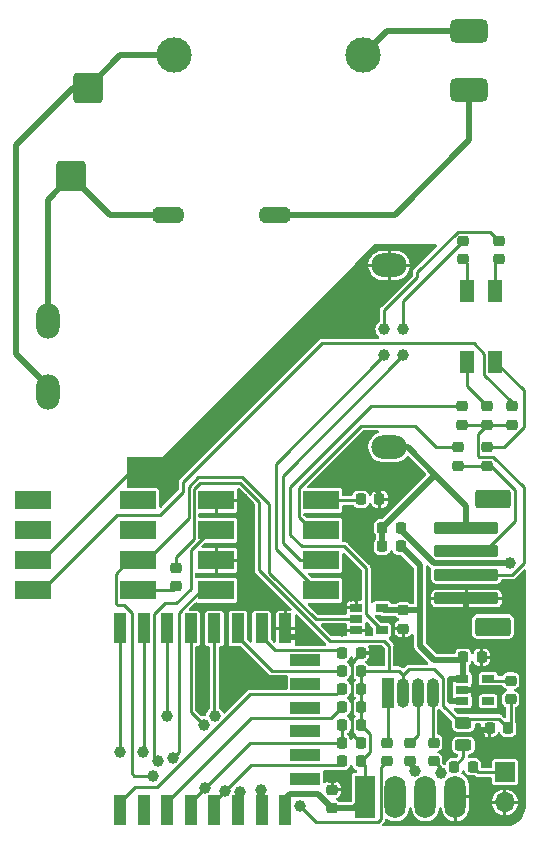
<source format=gtl>
G04 #@! TF.GenerationSoftware,KiCad,Pcbnew,7.0.2-6a45011f42~172~ubuntu22.04.1*
G04 #@! TF.CreationDate,2023-04-22T08:26:11-07:00*
G04 #@! TF.ProjectId,esp8266-plugpack,65737038-3236-4362-9d70-6c7567706163,rev?*
G04 #@! TF.SameCoordinates,Original*
G04 #@! TF.FileFunction,Copper,L1,Top*
G04 #@! TF.FilePolarity,Positive*
%FSLAX46Y46*%
G04 Gerber Fmt 4.6, Leading zero omitted, Abs format (unit mm)*
G04 Created by KiCad (PCBNEW 7.0.2-6a45011f42~172~ubuntu22.04.1) date 2023-04-22 08:26:11*
%MOMM*%
%LPD*%
G01*
G04 APERTURE LIST*
G04 Aperture macros list*
%AMRoundRect*
0 Rectangle with rounded corners*
0 $1 Rounding radius*
0 $2 $3 $4 $5 $6 $7 $8 $9 X,Y pos of 4 corners*
0 Add a 4 corners polygon primitive as box body*
4,1,4,$2,$3,$4,$5,$6,$7,$8,$9,$2,$3,0*
0 Add four circle primitives for the rounded corners*
1,1,$1+$1,$2,$3*
1,1,$1+$1,$4,$5*
1,1,$1+$1,$6,$7*
1,1,$1+$1,$8,$9*
0 Add four rect primitives between the rounded corners*
20,1,$1+$1,$2,$3,$4,$5,0*
20,1,$1+$1,$4,$5,$6,$7,0*
20,1,$1+$1,$6,$7,$8,$9,0*
20,1,$1+$1,$8,$9,$2,$3,0*%
G04 Aperture macros list end*
G04 #@! TA.AperFunction,SMDPad,CuDef*
%ADD10C,3.000000*%
G04 #@! TD*
G04 #@! TA.AperFunction,SMDPad,CuDef*
%ADD11RoundRect,0.218750X-0.256250X0.218750X-0.256250X-0.218750X0.256250X-0.218750X0.256250X0.218750X0*%
G04 #@! TD*
G04 #@! TA.AperFunction,ComponentPad*
%ADD12RoundRect,0.250000X1.000000X-1.000000X1.000000X1.000000X-1.000000X1.000000X-1.000000X-1.000000X0*%
G04 #@! TD*
G04 #@! TA.AperFunction,SMDPad,CuDef*
%ADD13R,1.060000X0.650000*%
G04 #@! TD*
G04 #@! TA.AperFunction,SMDPad,CuDef*
%ADD14RoundRect,0.218750X-0.218750X-0.256250X0.218750X-0.256250X0.218750X0.256250X-0.218750X0.256250X0*%
G04 #@! TD*
G04 #@! TA.AperFunction,SMDPad,CuDef*
%ADD15RoundRect,0.218750X0.256250X-0.218750X0.256250X0.218750X-0.256250X0.218750X-0.256250X-0.218750X0*%
G04 #@! TD*
G04 #@! TA.AperFunction,SMDPad,CuDef*
%ADD16R,3.100000X1.600000*%
G04 #@! TD*
G04 #@! TA.AperFunction,ComponentPad*
%ADD17R,1.070000X2.500000*%
G04 #@! TD*
G04 #@! TA.AperFunction,ComponentPad*
%ADD18O,1.070000X2.500000*%
G04 #@! TD*
G04 #@! TA.AperFunction,ComponentPad*
%ADD19R,1.800000X3.600000*%
G04 #@! TD*
G04 #@! TA.AperFunction,ComponentPad*
%ADD20O,1.800000X3.600000*%
G04 #@! TD*
G04 #@! TA.AperFunction,SMDPad,CuDef*
%ADD21R,1.100000X2.500000*%
G04 #@! TD*
G04 #@! TA.AperFunction,SMDPad,CuDef*
%ADD22R,2.500000X1.100000*%
G04 #@! TD*
G04 #@! TA.AperFunction,ComponentPad*
%ADD23R,1.700000X1.700000*%
G04 #@! TD*
G04 #@! TA.AperFunction,ComponentPad*
%ADD24O,1.700000X1.700000*%
G04 #@! TD*
G04 #@! TA.AperFunction,SMDPad,CuDef*
%ADD25R,1.200000X1.840000*%
G04 #@! TD*
G04 #@! TA.AperFunction,SMDPad,CuDef*
%ADD26RoundRect,0.218750X0.218750X0.256250X-0.218750X0.256250X-0.218750X-0.256250X0.218750X-0.256250X0*%
G04 #@! TD*
G04 #@! TA.AperFunction,SMDPad,CuDef*
%ADD27RoundRect,0.392000X-1.183000X0.588000X-1.183000X-0.588000X1.183000X-0.588000X1.183000X0.588000X0*%
G04 #@! TD*
G04 #@! TA.AperFunction,SMDPad,CuDef*
%ADD28RoundRect,0.250000X-2.500000X0.250000X-2.500000X-0.250000X2.500000X-0.250000X2.500000X0.250000X0*%
G04 #@! TD*
G04 #@! TA.AperFunction,SMDPad,CuDef*
%ADD29RoundRect,0.250000X-1.250000X0.550000X-1.250000X-0.550000X1.250000X-0.550000X1.250000X0.550000X0*%
G04 #@! TD*
G04 #@! TA.AperFunction,ComponentPad*
%ADD30O,2.000000X3.000000*%
G04 #@! TD*
G04 #@! TA.AperFunction,ComponentPad*
%ADD31O,3.000000X2.000000*%
G04 #@! TD*
G04 #@! TA.AperFunction,ComponentPad*
%ADD32O,2.800000X1.400000*%
G04 #@! TD*
G04 #@! TA.AperFunction,SMDPad,CuDef*
%ADD33RoundRect,0.243750X0.456250X-0.243750X0.456250X0.243750X-0.456250X0.243750X-0.456250X-0.243750X0*%
G04 #@! TD*
G04 #@! TA.AperFunction,ViaPad*
%ADD34C,1.000000*%
G04 #@! TD*
G04 #@! TA.AperFunction,Conductor*
%ADD35C,0.250000*%
G04 #@! TD*
G04 #@! TA.AperFunction,Conductor*
%ADD36C,0.500000*%
G04 #@! TD*
G04 APERTURE END LIST*
D10*
G04 #@! TO.P,TP1,1,1*
G04 #@! TO.N,Net-(F1-Pad1)*
X108000000Y-70000000D03*
G04 #@! TD*
D11*
G04 #@! TO.P,R20,1*
G04 #@! TO.N,/DC12OUT*
X120600000Y-99712500D03*
G04 #@! TO.P,R20,2*
G04 #@! TO.N,Net-(J2-Pin_3)*
X120600000Y-101287500D03*
G04 #@! TD*
D12*
G04 #@! TO.P,RV1,1*
G04 #@! TO.N,Net-(X1-ACIN1)*
X83300000Y-80250000D03*
G04 #@! TO.P,RV1,2*
G04 #@! TO.N,Net-(X1-ACIN2)*
X84700000Y-72750000D03*
G04 #@! TD*
D11*
G04 #@! TO.P,R2,1*
G04 #@! TO.N,Net-(D7-BK)*
X113990000Y-128212500D03*
G04 #@! TO.P,R2,2*
G04 #@! TO.N,/GPIO4*
X113990000Y-129787500D03*
G04 #@! TD*
G04 #@! TO.P,R22,1*
G04 #@! TO.N,/DC12OUT_5V*
X116400000Y-99712500D03*
G04 #@! TO.P,R22,2*
G04 #@! TO.N,Net-(J2-Pin_3)*
X116400000Y-101287500D03*
G04 #@! TD*
D13*
G04 #@! TO.P,U3,1,VIN*
G04 #@! TO.N,+5V*
X116400000Y-122800000D03*
G04 #@! TO.P,U3,2,GND*
G04 #@! TO.N,GND*
X116400000Y-123750000D03*
G04 #@! TO.P,U3,3,EN*
G04 #@! TO.N,+5V*
X116400000Y-124700000D03*
G04 #@! TO.P,U3,4,NC*
G04 #@! TO.N,unconnected-(U3-NC-Pad4)*
X118600000Y-124700000D03*
G04 #@! TO.P,U3,5,VOUT*
G04 #@! TO.N,Net-(U3-VOUT)*
X118600000Y-122800000D03*
G04 #@! TD*
D11*
G04 #@! TO.P,R13,1*
G04 #@! TO.N,Net-(U3-VOUT)*
X120500000Y-122962500D03*
G04 #@! TO.P,R13,2*
G04 #@! TO.N,+3.3V*
X120500000Y-124537500D03*
G04 #@! TD*
D14*
G04 #@! TO.P,R16,1*
G04 #@! TO.N,VCC*
X109612500Y-110000000D03*
G04 #@! TO.P,R16,2*
G04 #@! TO.N,+3.3V*
X111187500Y-110000000D03*
G04 #@! TD*
D15*
G04 #@! TO.P,C4,1*
G04 #@! TO.N,+3.3V*
X105400000Y-133775000D03*
G04 #@! TO.P,C4,2*
G04 #@! TO.N,GND*
X105400000Y-132200000D03*
G04 #@! TD*
D11*
G04 #@! TO.P,R7,1*
G04 #@! TO.N,Net-(D7-GK)*
X112000000Y-128212500D03*
G04 #@! TO.P,R7,2*
G04 #@! TO.N,/GPIO5*
X112000000Y-129787500D03*
G04 #@! TD*
G04 #@! TO.P,C2,1*
G04 #@! TO.N,+5V*
X111400000Y-117012500D03*
G04 #@! TO.P,C2,2*
G04 #@! TO.N,GND*
X111400000Y-118587500D03*
G04 #@! TD*
D16*
G04 #@! TO.P,U4,1*
G04 #@! TO.N,Net-(R15-Pad1)*
X88945000Y-115310000D03*
G04 #@! TO.P,U4,2*
G04 #@! TO.N,/GPIO12*
X88945000Y-112770000D03*
G04 #@! TO.P,U4,3*
G04 #@! TO.N,N/C*
X88945000Y-110230000D03*
G04 #@! TO.P,U4,4*
X88945000Y-107690000D03*
G04 #@! TO.P,U4,5*
X80055000Y-107690000D03*
G04 #@! TO.P,U4,6*
X80055000Y-110230000D03*
G04 #@! TO.P,U4,7*
G04 #@! TO.N,GND*
X80055000Y-112770000D03*
G04 #@! TO.P,U4,8*
G04 #@! TO.N,/DC12OUT*
X80055000Y-115310000D03*
G04 #@! TD*
D11*
G04 #@! TO.P,R11,1*
G04 #@! TO.N,Net-(D7-RK)*
X110000000Y-128212500D03*
G04 #@! TO.P,R11,2*
G04 #@! TO.N,/GPIO13*
X110000000Y-129787500D03*
G04 #@! TD*
D17*
G04 #@! TO.P,D7,1,RK*
G04 #@! TO.N,Net-(D7-RK)*
X110100000Y-124000000D03*
D18*
G04 #@! TO.P,D7,2,A*
G04 #@! TO.N,+3.3V*
X111370000Y-124000000D03*
G04 #@! TO.P,D7,3,GK*
G04 #@! TO.N,Net-(D7-GK)*
X112640000Y-124000000D03*
G04 #@! TO.P,D7,4,BK*
G04 #@! TO.N,Net-(D7-BK)*
X113910000Y-124000000D03*
G04 #@! TD*
D19*
G04 #@! TO.P,J1,1,Pin_1*
G04 #@! TO.N,+3.3V*
X108200000Y-132800000D03*
D20*
G04 #@! TO.P,J1,2,Pin_2*
G04 #@! TO.N,/TXD*
X110740000Y-132800000D03*
G04 #@! TO.P,J1,3,Pin_3*
G04 #@! TO.N,/RXD*
X113280000Y-132800000D03*
G04 #@! TO.P,J1,4,Pin_4*
G04 #@! TO.N,GND*
X115820000Y-132800000D03*
G04 #@! TD*
D21*
G04 #@! TO.P,U2,1,REST*
G04 #@! TO.N,/REST*
X87412500Y-133950000D03*
G04 #@! TO.P,U2,2,ADC*
G04 #@! TO.N,unconnected-(U2-ADC-Pad2)*
X89412500Y-133950000D03*
G04 #@! TO.P,U2,3,CH_PD*
G04 #@! TO.N,/CH_PD*
X91412500Y-133950000D03*
G04 #@! TO.P,U2,4,GPIO16*
G04 #@! TO.N,/GPIO16*
X93412500Y-133950000D03*
G04 #@! TO.P,U2,5,GPIO14*
G04 #@! TO.N,/GPIO14*
X95412500Y-133950000D03*
G04 #@! TO.P,U2,6,GPIO12*
G04 #@! TO.N,/GPIO12*
X97412500Y-133950000D03*
G04 #@! TO.P,U2,7,GPIO13*
G04 #@! TO.N,/GPIO13*
X99412500Y-133950000D03*
G04 #@! TO.P,U2,8,VCC*
G04 #@! TO.N,+3.3V*
X101412500Y-133950000D03*
G04 #@! TO.P,U2,9,GND*
G04 #@! TO.N,GND*
X101412500Y-118550000D03*
G04 #@! TO.P,U2,10,GPIO15*
G04 #@! TO.N,/GPIO15*
X99412500Y-118550000D03*
G04 #@! TO.P,U2,11,GPIO2*
G04 #@! TO.N,/GPIO2*
X97412500Y-118550000D03*
G04 #@! TO.P,U2,12,GPIO0*
G04 #@! TO.N,/GPIO0*
X95412500Y-118550000D03*
G04 #@! TO.P,U2,13,GPIO4*
G04 #@! TO.N,/GPIO4*
X93412500Y-118550000D03*
G04 #@! TO.P,U2,14,GPIO5*
G04 #@! TO.N,/GPIO5*
X91412500Y-118550000D03*
G04 #@! TO.P,U2,15,RXD*
G04 #@! TO.N,/RXD*
X89412500Y-118550000D03*
G04 #@! TO.P,U2,16,TXD*
G04 #@! TO.N,/TXD*
X87412500Y-118550000D03*
D22*
G04 #@! TO.P,U2,17*
G04 #@! TO.N,N/C*
X103112500Y-131260000D03*
G04 #@! TO.P,U2,18*
X103112500Y-129260000D03*
G04 #@! TO.P,U2,19*
X103112500Y-127260000D03*
G04 #@! TO.P,U2,20*
X103112500Y-125260000D03*
G04 #@! TO.P,U2,21*
X103112500Y-123260000D03*
G04 #@! TO.P,U2,22*
X103112500Y-121260000D03*
G04 #@! TD*
D11*
G04 #@! TO.P,R18,1*
G04 #@! TO.N,/AC16A*
X118510000Y-103212500D03*
G04 #@! TO.P,R18,2*
G04 #@! TO.N,Net-(J2-Pin_2)*
X118510000Y-104787500D03*
G04 #@! TD*
D23*
G04 #@! TO.P,J3,1,Pin_1*
G04 #@! TO.N,/GPIO0*
X120000000Y-130725000D03*
D24*
G04 #@! TO.P,J3,2,Pin_2*
G04 #@! TO.N,GND*
X120000000Y-133265000D03*
G04 #@! TD*
D14*
G04 #@! TO.P,C1,1*
G04 #@! TO.N,/GPIO16*
X106212500Y-128266665D03*
G04 #@! TO.P,C1,2*
G04 #@! TO.N,GND*
X107787500Y-128266665D03*
G04 #@! TD*
G04 #@! TO.P,R10,1*
G04 #@! TO.N,/GPIO15*
X106212500Y-120600000D03*
G04 #@! TO.P,R10,2*
G04 #@! TO.N,GND*
X107787500Y-120600000D03*
G04 #@! TD*
D25*
G04 #@! TO.P,D1,1,+*
G04 #@! TO.N,Net-(D1-+)*
X119200000Y-90000000D03*
G04 #@! TO.P,D1,2,-*
G04 #@! TO.N,Net-(D1--)*
X116800000Y-90000000D03*
G04 #@! TO.P,D1,3*
G04 #@! TO.N,/AC16B*
X116800000Y-96000000D03*
G04 #@! TO.P,D1,4*
G04 #@! TO.N,/AC16A*
X119200000Y-96000000D03*
G04 #@! TD*
D26*
G04 #@! TO.P,R3,1*
G04 #@! TO.N,+3.3V*
X107787500Y-125199999D03*
G04 #@! TO.P,R3,2*
G04 #@! TO.N,/CH_PD*
X106212500Y-125199999D03*
G04 #@! TD*
D14*
G04 #@! TO.P,C3,1*
G04 #@! TO.N,+5V*
X116462500Y-121000000D03*
G04 #@! TO.P,C3,2*
G04 #@! TO.N,GND*
X118037500Y-121000000D03*
G04 #@! TD*
D13*
G04 #@! TO.P,U5,1*
G04 #@! TO.N,GND*
X107400000Y-116800000D03*
G04 #@! TO.P,U5,2*
G04 #@! TO.N,/GPIO12*
X107400000Y-117750000D03*
G04 #@! TO.P,U5,3,GND*
G04 #@! TO.N,GND*
X107400000Y-118700000D03*
G04 #@! TO.P,U5,4*
G04 #@! TO.N,/DC12OUT_5V*
X109600000Y-118700000D03*
G04 #@! TO.P,U5,5,VCC*
G04 #@! TO.N,+5V*
X109600000Y-116800000D03*
G04 #@! TD*
D10*
G04 #@! TO.P,TP2,1,1*
G04 #@! TO.N,Net-(X1-ACIN2)*
X92000000Y-70000000D03*
G04 #@! TD*
D27*
G04 #@! TO.P,F1,1*
G04 #@! TO.N,Net-(F1-Pad1)*
X117000000Y-68000000D03*
G04 #@! TO.P,F1,2*
G04 #@! TO.N,Net-(F1-Pad2)*
X117000000Y-73000000D03*
G04 #@! TD*
D26*
G04 #@! TO.P,R4,1*
G04 #@! TO.N,+3.3V*
X107787500Y-123666666D03*
G04 #@! TO.P,R4,2*
G04 #@! TO.N,/REST*
X106212500Y-123666666D03*
G04 #@! TD*
G04 #@! TO.P,C5,1*
G04 #@! TO.N,+3.3V*
X120287500Y-127000000D03*
G04 #@! TO.P,C5,2*
G04 #@! TO.N,GND*
X118712500Y-127000000D03*
G04 #@! TD*
D28*
G04 #@! TO.P,J2,1,Pin_1*
G04 #@! TO.N,VCC*
X116750000Y-110000000D03*
G04 #@! TO.P,J2,2,Pin_2*
G04 #@! TO.N,Net-(J2-Pin_2)*
X116750000Y-112000000D03*
G04 #@! TO.P,J2,3,Pin_3*
G04 #@! TO.N,Net-(J2-Pin_3)*
X116750000Y-114000000D03*
G04 #@! TO.P,J2,4,Pin_4*
G04 #@! TO.N,GND*
X116750000Y-116000000D03*
D29*
G04 #@! TO.P,J2,MP*
G04 #@! TO.N,N/C*
X119000000Y-107600000D03*
X119000000Y-118400000D03*
G04 #@! TD*
D11*
G04 #@! TO.P,R21,1*
G04 #@! TO.N,/AC16B*
X118490000Y-99712500D03*
G04 #@! TO.P,R21,2*
G04 #@! TO.N,Net-(J2-Pin_3)*
X118490000Y-101287500D03*
G04 #@! TD*
D30*
G04 #@! TO.P,X1,1,ACIN1*
G04 #@! TO.N,Net-(X1-ACIN1)*
X81300000Y-92500000D03*
G04 #@! TO.P,X1,2,ACIN2*
G04 #@! TO.N,Net-(X1-ACIN2)*
X81300000Y-98500000D03*
D31*
G04 #@! TO.P,X1,3,GND*
G04 #@! TO.N,GND*
X110200000Y-87800000D03*
G04 #@! TO.P,X1,4,DCOUT*
G04 #@! TO.N,VCC*
X110200000Y-103200000D03*
G04 #@! TD*
D14*
G04 #@! TO.P,R17,1*
G04 #@! TO.N,VCC*
X109612500Y-111600000D03*
G04 #@! TO.P,R17,2*
G04 #@! TO.N,+5V*
X111187500Y-111600000D03*
G04 #@! TD*
D26*
G04 #@! TO.P,R14,1*
G04 #@! TO.N,GND*
X109387500Y-107600000D03*
G04 #@! TO.P,R14,2*
G04 #@! TO.N,Net-(R14-Pad2)*
X107812500Y-107600000D03*
G04 #@! TD*
D14*
G04 #@! TO.P,R6,1*
G04 #@! TO.N,Net-(D2-K)*
X115712500Y-130250000D03*
G04 #@! TO.P,R6,2*
G04 #@! TO.N,/GPIO0*
X117287500Y-130250000D03*
G04 #@! TD*
D15*
G04 #@! TO.P,R5,1*
G04 #@! TO.N,Net-(D1-+)*
X119500000Y-87287500D03*
G04 #@! TO.P,R5,2*
G04 #@! TO.N,Net-(R5-Pad2)*
X119500000Y-85712500D03*
G04 #@! TD*
D16*
G04 #@! TO.P,U1,1*
G04 #@! TO.N,Net-(R5-Pad2)*
X104445000Y-115310000D03*
G04 #@! TO.P,U1,2*
G04 #@! TO.N,Net-(R8-Pad1)*
X104445000Y-112770000D03*
G04 #@! TO.P,U1,3*
G04 #@! TO.N,/DC14IN*
X104445000Y-110230000D03*
G04 #@! TO.P,U1,4*
G04 #@! TO.N,Net-(R14-Pad2)*
X104445000Y-107690000D03*
G04 #@! TO.P,U1,5*
G04 #@! TO.N,GND*
X95555000Y-107690000D03*
G04 #@! TO.P,U1,6*
G04 #@! TO.N,/GPIO14*
X95555000Y-110230000D03*
G04 #@! TO.P,U1,7*
G04 #@! TO.N,GND*
X95555000Y-112770000D03*
G04 #@! TO.P,U1,8*
G04 #@! TO.N,/GPIO16*
X95555000Y-115310000D03*
G04 #@! TD*
D11*
G04 #@! TO.P,R8,1*
G04 #@! TO.N,Net-(R8-Pad1)*
X116500000Y-85712500D03*
G04 #@! TO.P,R8,2*
G04 #@! TO.N,Net-(D1--)*
X116500000Y-87287500D03*
G04 #@! TD*
D26*
G04 #@! TO.P,R12,1*
G04 #@! TO.N,+3.3V*
X107787500Y-126733332D03*
G04 #@! TO.P,R12,2*
G04 #@! TO.N,/GPIO16*
X106212500Y-126733332D03*
G04 #@! TD*
G04 #@! TO.P,R9,1*
G04 #@! TO.N,+3.3V*
X107787500Y-122133333D03*
G04 #@! TO.P,R9,2*
G04 #@! TO.N,/GPIO2*
X106212500Y-122133333D03*
G04 #@! TD*
G04 #@! TO.P,R1,1*
G04 #@! TO.N,+3.3V*
X107787500Y-129800000D03*
G04 #@! TO.P,R1,2*
G04 #@! TO.N,/GPIO14*
X106212500Y-129800000D03*
G04 #@! TD*
D32*
G04 #@! TO.P,F2,1*
G04 #@! TO.N,Net-(F1-Pad2)*
X100510000Y-83500000D03*
G04 #@! TO.P,F2,2*
G04 #@! TO.N,Net-(X1-ACIN1)*
X91490000Y-83500000D03*
G04 #@! TD*
D15*
G04 #@! TO.P,R15,1*
G04 #@! TO.N,Net-(R15-Pad1)*
X92200000Y-114987500D03*
G04 #@! TO.P,R15,2*
G04 #@! TO.N,+3.3V*
X92200000Y-113412500D03*
G04 #@! TD*
D33*
G04 #@! TO.P,D2,1,K*
G04 #@! TO.N,Net-(D2-K)*
X116500000Y-128437500D03*
G04 #@! TO.P,D2,2,A*
G04 #@! TO.N,+3.3V*
X116500000Y-126562500D03*
G04 #@! TD*
D11*
G04 #@! TO.P,R19,1*
G04 #@! TO.N,/DC14IN*
X116000000Y-103212500D03*
G04 #@! TO.P,R19,2*
G04 #@! TO.N,Net-(J2-Pin_2)*
X116000000Y-104787500D03*
G04 #@! TD*
D34*
G04 #@! TO.N,/GPIO16*
X94631250Y-132031250D03*
X91916990Y-129483010D03*
G04 #@! TO.N,GND*
X107000000Y-115800000D03*
X117800000Y-127600000D03*
X108600000Y-106400000D03*
X117600000Y-123800000D03*
X89000000Y-105000000D03*
X97800000Y-107600000D03*
X111400000Y-119800000D03*
X97800000Y-112600000D03*
X106200000Y-118775500D03*
X109000000Y-120424500D03*
X102800000Y-119200000D03*
X105400000Y-131200000D03*
X116600000Y-117400000D03*
G04 #@! TO.N,+3.3V*
X120400000Y-113000000D03*
G04 #@! TO.N,/TXD*
X87400000Y-129000000D03*
G04 #@! TO.N,/RXD*
X89400000Y-129000000D03*
G04 #@! TO.N,/GPIO0*
X95429327Y-125976199D03*
G04 #@! TO.N,/GPIO14*
X90600000Y-129800000D03*
X96287863Y-132301134D03*
G04 #@! TO.N,/GPIO4*
X94497348Y-126731328D03*
X114600000Y-130800000D03*
G04 #@! TO.N,Net-(R5-Pad2)*
X109800000Y-93200000D03*
X109800000Y-95400000D03*
G04 #@! TO.N,/GPIO5*
X91400000Y-126000000D03*
X112383374Y-130575438D03*
G04 #@! TO.N,Net-(R8-Pad1)*
X111400000Y-93200000D03*
X111400000Y-95400000D03*
G04 #@! TO.N,/GPIO13*
X102662002Y-133600000D03*
X99400000Y-132200000D03*
G04 #@! TO.N,/GPIO12*
X90200000Y-131000000D03*
X97600000Y-132400000D03*
G04 #@! TD*
D35*
G04 #@! TO.N,/GPIO16*
X92400000Y-117200000D02*
X92400000Y-129000000D01*
X94290000Y-115310000D02*
X92400000Y-117200000D01*
X106212500Y-126733332D02*
X106212500Y-128266665D01*
X92400000Y-129000000D02*
X91916990Y-129483010D01*
X106212500Y-128266665D02*
X98395835Y-128266665D01*
X95555000Y-115310000D02*
X94290000Y-115310000D01*
X98395835Y-128266665D02*
X93412500Y-133250000D01*
D36*
G04 #@! TO.N,GND*
X117550000Y-123750000D02*
X117600000Y-123800000D01*
D35*
X95555000Y-107690000D02*
X97710000Y-107690000D01*
D36*
X101412500Y-119250000D02*
X102750000Y-119250000D01*
D35*
X97710000Y-107690000D02*
X97800000Y-107600000D01*
X80055000Y-112770000D02*
X80805000Y-112770000D01*
X107400000Y-116200000D02*
X107000000Y-115800000D01*
X107025000Y-121362500D02*
X107787500Y-120600000D01*
X106275500Y-118700000D02*
X106200000Y-118775500D01*
X108824500Y-120600000D02*
X109000000Y-120424500D01*
D36*
X116750000Y-116000000D02*
X116750000Y-117250000D01*
D35*
X105400000Y-132200000D02*
X105400000Y-131200000D01*
X118400000Y-127000000D02*
X117800000Y-127600000D01*
D36*
X102750000Y-119250000D02*
X102800000Y-119200000D01*
D35*
X80805000Y-112770000D02*
X88575000Y-105000000D01*
X107787500Y-128266665D02*
X107025000Y-127504165D01*
X111400000Y-118587500D02*
X111400000Y-119800000D01*
X97630000Y-112770000D02*
X97800000Y-112600000D01*
X107400000Y-116800000D02*
X107400000Y-116200000D01*
X118712500Y-127000000D02*
X118400000Y-127000000D01*
D36*
X116750000Y-117250000D02*
X116600000Y-117400000D01*
X116400000Y-123750000D02*
X117550000Y-123750000D01*
D35*
X107025000Y-127504165D02*
X107025000Y-121362500D01*
X107400000Y-118700000D02*
X106275500Y-118700000D01*
X107787500Y-120600000D02*
X108824500Y-120600000D01*
X95555000Y-112770000D02*
X97630000Y-112770000D01*
X109387500Y-107600000D02*
X109387500Y-107187500D01*
X109387500Y-107187500D02*
X108600000Y-106400000D01*
X88575000Y-105000000D02*
X89000000Y-105000000D01*
D36*
G04 #@! TO.N,+5V*
X116462500Y-121000000D02*
X116462500Y-122737500D01*
X116262500Y-121200000D02*
X116462500Y-121000000D01*
X114000000Y-121200000D02*
X116262500Y-121200000D01*
X116400000Y-122800000D02*
X115370000Y-122800000D01*
X112800000Y-120000000D02*
X114000000Y-121200000D01*
X111400000Y-117012500D02*
X109812500Y-117012500D01*
X115370000Y-124700000D02*
X116400000Y-124700000D01*
X115344501Y-124674501D02*
X115370000Y-124700000D01*
X111412500Y-117000000D02*
X111400000Y-117012500D01*
X112800000Y-117000000D02*
X112800000Y-120000000D01*
X112800000Y-117000000D02*
X112800000Y-113212500D01*
X112800000Y-113212500D02*
X111187500Y-111600000D01*
X115344501Y-122825499D02*
X115344501Y-124674501D01*
X109812500Y-117012500D02*
X109600000Y-116800000D01*
X112800000Y-117000000D02*
X111412500Y-117000000D01*
X115370000Y-122800000D02*
X115344501Y-122825499D01*
X116462500Y-122737500D02*
X116400000Y-122800000D01*
D35*
G04 #@! TO.N,+3.3V*
X111003333Y-122133333D02*
X111370000Y-122500000D01*
X114000000Y-122000000D02*
X111870000Y-122000000D01*
D36*
X111187500Y-110000000D02*
X111187500Y-110179245D01*
D35*
X105200000Y-119600000D02*
X109800000Y-119600000D01*
X92200000Y-113412500D02*
X92200000Y-112489310D01*
X94200000Y-106200000D02*
X97600000Y-106200000D01*
X108550000Y-127495832D02*
X108550000Y-129037500D01*
D36*
X105400000Y-133775000D02*
X107225000Y-133775000D01*
D35*
X99200000Y-107800000D02*
X99200000Y-113600000D01*
X116261276Y-126562500D02*
X114770000Y-125071224D01*
X93680000Y-106720000D02*
X94200000Y-106200000D01*
D36*
X104225000Y-132600000D02*
X105400000Y-133775000D01*
D35*
X110200000Y-120000000D02*
X110200000Y-122133333D01*
X92200000Y-112489310D02*
X93680000Y-111009310D01*
X108550000Y-129037500D02*
X107787500Y-129800000D01*
X116500000Y-126562500D02*
X116261276Y-126562500D01*
X110200000Y-122133333D02*
X111003333Y-122133333D01*
X108200000Y-130212500D02*
X107787500Y-129800000D01*
X111870000Y-122000000D02*
X111370000Y-122500000D01*
X116862500Y-126200000D02*
X119487500Y-126200000D01*
X120500000Y-124537500D02*
X120500000Y-126787500D01*
D36*
X111187500Y-110179245D02*
X114008255Y-113000000D01*
D35*
X97600000Y-106200000D02*
X99200000Y-107800000D01*
X116500000Y-126562500D02*
X116862500Y-126200000D01*
D36*
X101412500Y-132987500D02*
X101800000Y-132600000D01*
D35*
X107787500Y-122133333D02*
X110200000Y-122133333D01*
X114770000Y-125071224D02*
X114770000Y-122770000D01*
X109800000Y-119600000D02*
X110200000Y-120000000D01*
X99200000Y-113600000D02*
X105200000Y-119600000D01*
X114770000Y-122770000D02*
X114000000Y-122000000D01*
D36*
X107225000Y-133775000D02*
X108200000Y-132800000D01*
D35*
X107787500Y-122133333D02*
X107787500Y-126733332D01*
X107787500Y-126733332D02*
X108550000Y-127495832D01*
X93680000Y-111009310D02*
X93680000Y-106720000D01*
D36*
X101800000Y-132600000D02*
X104225000Y-132600000D01*
D35*
X111370000Y-122500000D02*
X111370000Y-124000000D01*
D36*
X114008255Y-113000000D02*
X120400000Y-113000000D01*
D35*
X108200000Y-133000000D02*
X108200000Y-130212500D01*
D36*
X101412500Y-133250000D02*
X101412500Y-132987500D01*
D35*
X119487500Y-126200000D02*
X120287500Y-127000000D01*
X120500000Y-126787500D02*
X120287500Y-127000000D01*
G04 #@! TO.N,Net-(D1-+)*
X119200000Y-87587500D02*
X119200000Y-90000000D01*
X119500000Y-87287500D02*
X119200000Y-87587500D01*
G04 #@! TO.N,Net-(D1--)*
X116500000Y-87287500D02*
X116800000Y-87587500D01*
X116800000Y-87587500D02*
X116800000Y-90000000D01*
G04 #@! TO.N,/AC16B*
X116800000Y-96000000D02*
X116800000Y-98022500D01*
X116800000Y-98022500D02*
X118490000Y-99712500D01*
G04 #@! TO.N,/AC16A*
X121600000Y-98400000D02*
X121600000Y-101531479D01*
X119200000Y-96000000D02*
X121600000Y-98400000D01*
X119918979Y-103212500D02*
X118510000Y-103212500D01*
X121600000Y-101531479D02*
X119918979Y-103212500D01*
G04 #@! TO.N,Net-(D2-K)*
X116500000Y-128437500D02*
X116500000Y-129462500D01*
X116500000Y-129462500D02*
X115712500Y-130250000D01*
G04 #@! TO.N,Net-(D7-RK)*
X110100000Y-124000000D02*
X110100000Y-128112500D01*
X110100000Y-128112500D02*
X110000000Y-128212500D01*
G04 #@! TO.N,Net-(D7-GK)*
X112640000Y-127572500D02*
X112000000Y-128212500D01*
X112640000Y-124000000D02*
X112640000Y-127572500D01*
G04 #@! TO.N,Net-(D7-BK)*
X113910000Y-124000000D02*
X113910000Y-128132500D01*
X113910000Y-128132500D02*
X113990000Y-128212500D01*
D36*
G04 #@! TO.N,Net-(F1-Pad1)*
X117000000Y-68000000D02*
X110000000Y-68000000D01*
X110000000Y-68000000D02*
X108000000Y-70000000D01*
G04 #@! TO.N,Net-(F1-Pad2)*
X99810000Y-83500000D02*
X110700000Y-83500000D01*
X117000000Y-77200000D02*
X117000000Y-73000000D01*
X110700000Y-83500000D02*
X117000000Y-77200000D01*
G04 #@! TO.N,Net-(X1-ACIN1)*
X81300000Y-93000000D02*
X81300000Y-82250000D01*
X81300000Y-82250000D02*
X83300000Y-80250000D01*
X86550000Y-83500000D02*
X83300000Y-80250000D01*
X92190000Y-83500000D02*
X86550000Y-83500000D01*
D35*
G04 #@! TO.N,/TXD*
X87400000Y-129000000D02*
X87400000Y-119262500D01*
X87400000Y-119262500D02*
X87412500Y-119250000D01*
G04 #@! TO.N,/RXD*
X89412500Y-128987500D02*
X89400000Y-129000000D01*
X89412500Y-119250000D02*
X89412500Y-128987500D01*
G04 #@! TO.N,/GPIO0*
X95412500Y-125959372D02*
X95429327Y-125976199D01*
X120000000Y-130725000D02*
X117762500Y-130725000D01*
X117762500Y-130725000D02*
X117287500Y-130250000D01*
X95412500Y-119250000D02*
X95412500Y-125959372D01*
G04 #@! TO.N,/GPIO14*
X90287500Y-117312500D02*
X90287500Y-129487500D01*
X90287500Y-129487500D02*
X90600000Y-129800000D01*
X95095000Y-110230000D02*
X93400000Y-111925000D01*
X95555000Y-110230000D02*
X95095000Y-110230000D01*
X93400000Y-115200000D02*
X92200000Y-116400000D01*
X93400000Y-111925000D02*
X93400000Y-115200000D01*
X105877500Y-130135000D02*
X98527500Y-130135000D01*
X91200000Y-116400000D02*
X90287500Y-117312500D01*
X98527500Y-130135000D02*
X95412500Y-133250000D01*
X106212500Y-129800000D02*
X105877500Y-130135000D01*
X92200000Y-116400000D02*
X91200000Y-116400000D01*
G04 #@! TO.N,/GPIO4*
X114600000Y-130397500D02*
X113990000Y-129787500D01*
X93412500Y-125646480D02*
X94497348Y-126731328D01*
X114600000Y-130800000D02*
X114600000Y-130397500D01*
X93412500Y-119250000D02*
X93412500Y-125646480D01*
G04 #@! TO.N,/CH_PD*
X98527500Y-126135000D02*
X91412500Y-133250000D01*
X105277499Y-126135000D02*
X98527500Y-126135000D01*
X106212500Y-125199999D02*
X105277499Y-126135000D01*
G04 #@! TO.N,/REST*
X106212500Y-123666666D02*
X105744166Y-124135000D01*
X98436546Y-124135000D02*
X90571546Y-132000000D01*
X90571546Y-132000000D02*
X88662500Y-132000000D01*
X105744166Y-124135000D02*
X98436546Y-124135000D01*
X88662500Y-132000000D02*
X87412500Y-133250000D01*
G04 #@! TO.N,Net-(R5-Pad2)*
X104445000Y-115310000D02*
X104110000Y-115310000D01*
X100600000Y-104600000D02*
X109800000Y-95400000D01*
X112600000Y-88800000D02*
X112600000Y-88368521D01*
X116018521Y-84950000D02*
X118737500Y-84950000D01*
X109800000Y-93200000D02*
X109800000Y-91600000D01*
X112600000Y-88368521D02*
X116018521Y-84950000D01*
X104110000Y-115310000D02*
X100600000Y-111800000D01*
X100600000Y-111800000D02*
X100600000Y-104600000D01*
X109800000Y-91600000D02*
X112600000Y-88800000D01*
X118737500Y-84950000D02*
X119500000Y-85712500D01*
G04 #@! TO.N,/GPIO5*
X112000000Y-130192064D02*
X112383374Y-130575438D01*
X112000000Y-129787500D02*
X112000000Y-130192064D01*
X91412500Y-125987500D02*
X91400000Y-126000000D01*
X91412500Y-119250000D02*
X91412500Y-125987500D01*
G04 #@! TO.N,Net-(R8-Pad1)*
X111400000Y-90812500D02*
X116500000Y-85712500D01*
X101200000Y-111325000D02*
X101200000Y-105600000D01*
X102645000Y-112770000D02*
X101200000Y-111325000D01*
X111400000Y-93200000D02*
X111400000Y-90812500D01*
X104445000Y-112770000D02*
X102645000Y-112770000D01*
X101200000Y-105600000D02*
X111400000Y-95400000D01*
G04 #@! TO.N,/GPIO2*
X100297500Y-122135000D02*
X97412500Y-119250000D01*
X106212500Y-122133333D02*
X106210833Y-122135000D01*
X106210833Y-122135000D02*
X100297500Y-122135000D01*
G04 #@! TO.N,/GPIO15*
X100547500Y-120385000D02*
X99412500Y-119250000D01*
X105997500Y-120385000D02*
X100547500Y-120385000D01*
X106212500Y-120600000D02*
X105997500Y-120385000D01*
G04 #@! TO.N,/GPIO13*
X102662002Y-133600000D02*
X103987002Y-134925000D01*
X109515000Y-130272500D02*
X110000000Y-129787500D01*
X109515000Y-134685000D02*
X109515000Y-130272500D01*
X109275000Y-134925000D02*
X109515000Y-134685000D01*
X99400000Y-132200000D02*
X99400000Y-133237500D01*
X103987002Y-134925000D02*
X109275000Y-134925000D01*
X99400000Y-133237500D02*
X99412500Y-133250000D01*
G04 #@! TO.N,Net-(U3-VOUT)*
X118762500Y-122962500D02*
X118600000Y-122800000D01*
X120500000Y-122962500D02*
X118762500Y-122962500D01*
G04 #@! TO.N,Net-(R14-Pad2)*
X107722500Y-107690000D02*
X104445000Y-107690000D01*
X107812500Y-107600000D02*
X107722500Y-107690000D01*
G04 #@! TO.N,Net-(R15-Pad1)*
X88945000Y-115310000D02*
X91877500Y-115310000D01*
X91877500Y-115310000D02*
X92200000Y-114987500D01*
D36*
G04 #@! TO.N,Net-(X1-ACIN2)*
X87450000Y-70000000D02*
X84700000Y-72750000D01*
X78600000Y-95300000D02*
X81300000Y-98000000D01*
X92000000Y-70000000D02*
X87450000Y-70000000D01*
X83450000Y-72750000D02*
X78600000Y-77600000D01*
X78600000Y-77600000D02*
X78600000Y-95300000D01*
X84700000Y-72750000D02*
X83450000Y-72750000D01*
D35*
G04 #@! TO.N,/DC14IN*
X114212500Y-103212500D02*
X116000000Y-103212500D01*
X107800000Y-101400000D02*
X112400000Y-101400000D01*
X102570000Y-109105000D02*
X102570000Y-106630000D01*
X103695000Y-110230000D02*
X102570000Y-109105000D01*
X102570000Y-106630000D02*
X107800000Y-101400000D01*
X104445000Y-110230000D02*
X103695000Y-110230000D01*
X112400000Y-101400000D02*
X114212500Y-103212500D01*
G04 #@! TO.N,/GPIO12*
X88945000Y-112770000D02*
X89695000Y-112770000D01*
X100049501Y-113813811D02*
X103985690Y-117750000D01*
X88400000Y-117200000D02*
X88400000Y-130800000D01*
X103985690Y-117750000D02*
X107400000Y-117750000D01*
X93230499Y-109234501D02*
X93230499Y-106533811D01*
X87800000Y-116600000D02*
X88400000Y-117200000D01*
X88600000Y-131000000D02*
X90200000Y-131000000D01*
X87070000Y-116435000D02*
X87235000Y-116600000D01*
X97600000Y-133062500D02*
X97412500Y-133250000D01*
X94013811Y-105750499D02*
X97786189Y-105750499D01*
X87235000Y-116600000D02*
X87800000Y-116600000D01*
X93230499Y-106533811D02*
X94013811Y-105750499D01*
X97600000Y-132400000D02*
X97600000Y-133062500D01*
X100049501Y-108013811D02*
X100049501Y-113813811D01*
X87070000Y-113895000D02*
X87070000Y-116435000D01*
X88400000Y-130800000D02*
X88600000Y-131000000D01*
X88945000Y-112770000D02*
X88195000Y-112770000D01*
X88195000Y-112770000D02*
X87070000Y-113895000D01*
X97786189Y-105750499D02*
X100049501Y-108013811D01*
X89695000Y-112770000D02*
X93230499Y-109234501D01*
G04 #@! TO.N,/DC12OUT*
X92780998Y-106147622D02*
X104528620Y-94400000D01*
X117370000Y-94400000D02*
X118275000Y-95305000D01*
X120600000Y-99400000D02*
X120600000Y-99712500D01*
X90813811Y-108950499D02*
X92780998Y-106983312D01*
X80805000Y-115310000D02*
X87164501Y-108950499D01*
X118275000Y-97075000D02*
X120600000Y-99400000D01*
X92780998Y-106983312D02*
X92780998Y-106147622D01*
X104528620Y-94400000D02*
X117370000Y-94400000D01*
X80055000Y-115310000D02*
X80805000Y-115310000D01*
X87164501Y-108950499D02*
X90813811Y-108950499D01*
X118275000Y-95305000D02*
X118275000Y-97075000D01*
G04 #@! TO.N,/DC12OUT_5V*
X101800000Y-106600000D02*
X108687500Y-99712500D01*
X108255000Y-117355000D02*
X108255000Y-113455000D01*
X101800000Y-110600000D02*
X101800000Y-106600000D01*
X106400000Y-111600000D02*
X102800000Y-111600000D01*
X108687500Y-99712500D02*
X115980000Y-99712500D01*
X102800000Y-111600000D02*
X101800000Y-110600000D01*
X108255000Y-113455000D02*
X106400000Y-111600000D01*
X109600000Y-118700000D02*
X108255000Y-117355000D01*
D36*
G04 #@! TO.N,VCC*
X114012500Y-105600000D02*
X109612500Y-110000000D01*
X114200000Y-105600000D02*
X114012500Y-105600000D01*
X110700000Y-103200000D02*
X111800000Y-103200000D01*
X111800000Y-103200000D02*
X114200000Y-105600000D01*
X109612500Y-110000000D02*
X109612500Y-111600000D01*
X114200000Y-105600000D02*
X116750000Y-108150000D01*
X116750000Y-108150000D02*
X116750000Y-110000000D01*
D35*
G04 #@! TO.N,Net-(J2-Pin_2)*
X120825000Y-109488173D02*
X120825000Y-106811827D01*
X118800673Y-104787500D02*
X118510000Y-104787500D01*
X120825000Y-106811827D02*
X118800673Y-104787500D01*
X118510000Y-104787500D02*
X116000000Y-104787500D01*
X118313173Y-112000000D02*
X120825000Y-109488173D01*
X116750000Y-112000000D02*
X118313173Y-112000000D01*
G04 #@! TO.N,Net-(J2-Pin_3)*
X116400000Y-101287500D02*
X120600000Y-101287500D01*
X121600000Y-113000000D02*
X120600000Y-114000000D01*
X117710000Y-103909999D02*
X117825001Y-104025000D01*
X117710000Y-102067500D02*
X117710000Y-103909999D01*
X117825001Y-104025000D02*
X119025000Y-104025000D01*
X119025000Y-104025000D02*
X121600000Y-106600000D01*
X118490000Y-101287500D02*
X117710000Y-102067500D01*
X120600000Y-114000000D02*
X116750000Y-114000000D01*
X121600000Y-106600000D02*
X121600000Y-113000000D01*
G04 #@! TD*
G04 #@! TA.AperFunction,Conductor*
G04 #@! TO.N,GND*
G36*
X114205160Y-86019685D02*
G01*
X114250915Y-86072489D01*
X114260859Y-86141647D01*
X114231834Y-86205203D01*
X114225802Y-86211681D01*
X112371108Y-88066373D01*
X112351254Y-88082497D01*
X112342165Y-88088435D01*
X112322722Y-88113415D01*
X112312563Y-88124919D01*
X112312484Y-88124997D01*
X112312479Y-88125003D01*
X112312480Y-88125003D01*
X112300390Y-88141935D01*
X112297341Y-88146025D01*
X112260354Y-88193545D01*
X112260237Y-88193774D01*
X112243057Y-88251476D01*
X112241495Y-88256352D01*
X112221941Y-88313313D01*
X112221906Y-88313555D01*
X112224394Y-88373712D01*
X112224500Y-88378836D01*
X112224500Y-88593099D01*
X112204815Y-88660138D01*
X112188181Y-88680780D01*
X109571108Y-91297852D01*
X109551254Y-91313976D01*
X109542165Y-91319914D01*
X109522722Y-91344894D01*
X109512563Y-91356398D01*
X109512484Y-91356476D01*
X109512479Y-91356482D01*
X109512480Y-91356482D01*
X109500390Y-91373414D01*
X109497341Y-91377504D01*
X109460354Y-91425024D01*
X109460238Y-91425251D01*
X109443056Y-91482957D01*
X109441495Y-91487829D01*
X109421946Y-91544777D01*
X109421906Y-91545054D01*
X109424394Y-91605192D01*
X109424500Y-91610316D01*
X109424499Y-92481053D01*
X109404814Y-92548093D01*
X109366473Y-92586046D01*
X109329108Y-92609524D01*
X109209524Y-92729108D01*
X109119544Y-92872310D01*
X109063686Y-93031943D01*
X109044750Y-93200000D01*
X109063686Y-93368056D01*
X109063686Y-93368058D01*
X109063687Y-93368059D01*
X109119544Y-93527690D01*
X109209523Y-93670890D01*
X109329110Y-93790477D01*
X109337114Y-93795506D01*
X109383406Y-93847840D01*
X109394055Y-93916894D01*
X109365680Y-93980742D01*
X109307290Y-94019114D01*
X109271143Y-94024500D01*
X104580423Y-94024500D01*
X104554977Y-94021861D01*
X104544351Y-94019633D01*
X104512944Y-94023548D01*
X104497607Y-94024500D01*
X104497506Y-94024500D01*
X104476979Y-94027924D01*
X104471920Y-94028661D01*
X104412176Y-94036109D01*
X104411936Y-94036186D01*
X104358979Y-94064844D01*
X104354425Y-94067188D01*
X104300341Y-94093628D01*
X104300126Y-94093788D01*
X104259349Y-94138082D01*
X104255803Y-94141777D01*
X92552106Y-105845474D01*
X92532252Y-105861598D01*
X92523163Y-105867536D01*
X92503720Y-105892516D01*
X92493561Y-105904020D01*
X92493482Y-105904098D01*
X92493477Y-105904104D01*
X92493478Y-105904104D01*
X92481388Y-105921036D01*
X92478339Y-105925126D01*
X92441352Y-105972646D01*
X92441235Y-105972875D01*
X92424055Y-106030577D01*
X92422493Y-106035453D01*
X92402939Y-106092414D01*
X92402904Y-106092656D01*
X92405392Y-106152813D01*
X92405498Y-106157937D01*
X92405498Y-106776412D01*
X92385813Y-106843451D01*
X92369179Y-106864093D01*
X90957181Y-108276090D01*
X90895858Y-108309575D01*
X90826166Y-108304591D01*
X90770233Y-108262719D01*
X90745816Y-108197255D01*
X90745500Y-108188409D01*
X90745500Y-106865325D01*
X90730966Y-106792261D01*
X90730966Y-106792260D01*
X90675601Y-106709399D01*
X90592740Y-106654034D01*
X90592739Y-106654033D01*
X90592738Y-106654033D01*
X90519675Y-106639500D01*
X90519674Y-106639500D01*
X88124000Y-106639500D01*
X88056961Y-106619815D01*
X88011206Y-106567011D01*
X88000000Y-106515500D01*
X88000000Y-104124000D01*
X88019685Y-104056961D01*
X88072489Y-104011206D01*
X88124000Y-104000000D01*
X91000000Y-104000000D01*
X107074998Y-87925000D01*
X108455517Y-87925000D01*
X108476415Y-88079276D01*
X108545944Y-88293265D01*
X108652569Y-88491407D01*
X108792853Y-88667318D01*
X108962299Y-88815359D01*
X109155451Y-88930762D01*
X109366111Y-89009825D01*
X109587497Y-89050000D01*
X110075000Y-89050000D01*
X110075000Y-87925000D01*
X108455517Y-87925000D01*
X107074998Y-87925000D01*
X107128109Y-87871889D01*
X110200000Y-87871889D01*
X110240507Y-88009844D01*
X110318239Y-88130798D01*
X110324999Y-88136656D01*
X110324999Y-89050000D01*
X110753356Y-89050000D01*
X110758894Y-89049751D01*
X110924101Y-89034882D01*
X111140995Y-88975022D01*
X111343712Y-88877399D01*
X111525745Y-88745144D01*
X111681241Y-88582508D01*
X111805193Y-88394728D01*
X111893624Y-88187834D01*
X111943693Y-87968468D01*
X111945646Y-87925000D01*
X111184405Y-87925000D01*
X111200000Y-87871889D01*
X111200000Y-87728111D01*
X111184405Y-87675000D01*
X111944482Y-87675000D01*
X111944482Y-87674999D01*
X111923584Y-87520723D01*
X111854055Y-87306734D01*
X111747430Y-87108592D01*
X111607146Y-86932681D01*
X111437700Y-86784640D01*
X111244548Y-86669237D01*
X111033888Y-86590174D01*
X110812503Y-86550000D01*
X110325000Y-86550000D01*
X110324999Y-87463344D01*
X110318239Y-87469202D01*
X110240507Y-87590156D01*
X110200000Y-87728111D01*
X110200000Y-87871889D01*
X107128109Y-87871889D01*
X107324999Y-87674999D01*
X108454354Y-87674999D01*
X108454355Y-87675000D01*
X110075000Y-87675000D01*
X110075000Y-86550000D01*
X109646644Y-86550000D01*
X109641105Y-86550248D01*
X109475898Y-86565117D01*
X109259004Y-86624977D01*
X109056287Y-86722600D01*
X108874254Y-86854855D01*
X108718758Y-87017491D01*
X108594806Y-87205271D01*
X108506375Y-87412165D01*
X108456306Y-87631531D01*
X108454354Y-87674999D01*
X107324999Y-87674999D01*
X108963680Y-86036318D01*
X109025004Y-86002834D01*
X109051362Y-86000000D01*
X114138121Y-86000000D01*
X114205160Y-86019685D01*
G37*
G04 #@! TD.AperFunction*
G04 #@! TA.AperFunction,Conductor*
G36*
X97523532Y-106660817D02*
G01*
X97549854Y-106680891D01*
X98788181Y-107919218D01*
X98821666Y-107980541D01*
X98824500Y-108006899D01*
X98824500Y-113548196D01*
X98821861Y-113573642D01*
X98819633Y-113584267D01*
X98823548Y-113615676D01*
X98824500Y-113631013D01*
X98824500Y-113631116D01*
X98827918Y-113651602D01*
X98828657Y-113656670D01*
X98836107Y-113716438D01*
X98836185Y-113716682D01*
X98864827Y-113769608D01*
X98867171Y-113774162D01*
X98893634Y-113828292D01*
X98893777Y-113828482D01*
X98899579Y-113833824D01*
X98899581Y-113833826D01*
X98938108Y-113869293D01*
X98941780Y-113872817D01*
X101907282Y-116838319D01*
X101940767Y-116899642D01*
X101935783Y-116969334D01*
X101893911Y-117025267D01*
X101828447Y-117049684D01*
X101819601Y-117050000D01*
X101537500Y-117050000D01*
X101537500Y-118425000D01*
X102212500Y-118425000D01*
X102212500Y-117442899D01*
X102232185Y-117375860D01*
X102284989Y-117330105D01*
X102354147Y-117320161D01*
X102417703Y-117349186D01*
X102424181Y-117355218D01*
X104866782Y-119797819D01*
X104900267Y-119859142D01*
X104895283Y-119928834D01*
X104853411Y-119984767D01*
X104787947Y-120009184D01*
X104779101Y-120009500D01*
X102326820Y-120009500D01*
X102259781Y-119989815D01*
X102214026Y-119937011D01*
X102204082Y-119867853D01*
X102205203Y-119861308D01*
X102212500Y-119824624D01*
X102212500Y-118675000D01*
X100612500Y-118675000D01*
X100612500Y-119619600D01*
X100592815Y-119686639D01*
X100540011Y-119732394D01*
X100470853Y-119742338D01*
X100407297Y-119713313D01*
X100400819Y-119707281D01*
X100249319Y-119555781D01*
X100215834Y-119494458D01*
X100213000Y-119468100D01*
X100213000Y-118425000D01*
X100612500Y-118425000D01*
X101287500Y-118425000D01*
X101287500Y-117050000D01*
X100837875Y-117050000D01*
X100764956Y-117064504D01*
X100682260Y-117119760D01*
X100627004Y-117202456D01*
X100612500Y-117275375D01*
X100612500Y-118425000D01*
X100213000Y-118425000D01*
X100213000Y-118414218D01*
X100213000Y-117275326D01*
X100198466Y-117202260D01*
X100143101Y-117119399D01*
X100060240Y-117064034D01*
X100060239Y-117064033D01*
X100060238Y-117064033D01*
X99987175Y-117049500D01*
X99987174Y-117049500D01*
X98837826Y-117049500D01*
X98837825Y-117049500D01*
X98764761Y-117064033D01*
X98681899Y-117119399D01*
X98626533Y-117202261D01*
X98612000Y-117275325D01*
X98612000Y-119619100D01*
X98592315Y-119686139D01*
X98539511Y-119731894D01*
X98470353Y-119741838D01*
X98406797Y-119712813D01*
X98400319Y-119706781D01*
X98249319Y-119555781D01*
X98215834Y-119494458D01*
X98213000Y-119468100D01*
X98213000Y-117275325D01*
X98205732Y-117238793D01*
X98198466Y-117202260D01*
X98143101Y-117119399D01*
X98060240Y-117064034D01*
X98060239Y-117064033D01*
X98060238Y-117064033D01*
X97987175Y-117049500D01*
X97987174Y-117049500D01*
X96837826Y-117049500D01*
X96837825Y-117049500D01*
X96764761Y-117064033D01*
X96681899Y-117119399D01*
X96626533Y-117202261D01*
X96612000Y-117275325D01*
X96612000Y-119824674D01*
X96626533Y-119897738D01*
X96626533Y-119897739D01*
X96626534Y-119897740D01*
X96681899Y-119980601D01*
X96764760Y-120035966D01*
X96800499Y-120043075D01*
X96837825Y-120050500D01*
X96837826Y-120050500D01*
X97630601Y-120050500D01*
X97697640Y-120070185D01*
X97718282Y-120086819D01*
X99995350Y-122363887D01*
X100011477Y-122383746D01*
X100017415Y-122392835D01*
X100042394Y-122412277D01*
X100053912Y-122422449D01*
X100053981Y-122422518D01*
X100070889Y-122434590D01*
X100074994Y-122437650D01*
X100116311Y-122469809D01*
X100116312Y-122469809D01*
X100122543Y-122474659D01*
X100122734Y-122474757D01*
X100130300Y-122477009D01*
X100130301Y-122477010D01*
X100180455Y-122491941D01*
X100185292Y-122493490D01*
X100234840Y-122510500D01*
X100242297Y-122513060D01*
X100242530Y-122513093D01*
X100250409Y-122512767D01*
X100250412Y-122512768D01*
X100302693Y-122510605D01*
X100307816Y-122510500D01*
X101495681Y-122510500D01*
X101562720Y-122530185D01*
X101608475Y-122582989D01*
X101618419Y-122652147D01*
X101617298Y-122658692D01*
X101612000Y-122685325D01*
X101612000Y-123635500D01*
X101592315Y-123702539D01*
X101539511Y-123748294D01*
X101488000Y-123759500D01*
X98488350Y-123759500D01*
X98462904Y-123756861D01*
X98452278Y-123754633D01*
X98420869Y-123758548D01*
X98405532Y-123759500D01*
X98405430Y-123759500D01*
X98384945Y-123762918D01*
X98379878Y-123763657D01*
X98320113Y-123771107D01*
X98319858Y-123771189D01*
X98266916Y-123799838D01*
X98262366Y-123802180D01*
X98208261Y-123828632D01*
X98208051Y-123828788D01*
X98167264Y-123873094D01*
X98163717Y-123876790D01*
X96322480Y-125718027D01*
X96261157Y-125751512D01*
X96191465Y-125746528D01*
X96135532Y-125704656D01*
X96117758Y-125671301D01*
X96109783Y-125648509D01*
X96019804Y-125505309D01*
X95900217Y-125385722D01*
X95855205Y-125357439D01*
X95846026Y-125351671D01*
X95799736Y-125299335D01*
X95788000Y-125246678D01*
X95788000Y-120174500D01*
X95807685Y-120107461D01*
X95860489Y-120061706D01*
X95912000Y-120050500D01*
X95987175Y-120050500D01*
X96024501Y-120043075D01*
X96060240Y-120035966D01*
X96143101Y-119980601D01*
X96198466Y-119897740D01*
X96213000Y-119824674D01*
X96213000Y-117275326D01*
X96198466Y-117202260D01*
X96143101Y-117119399D01*
X96060240Y-117064034D01*
X96060239Y-117064033D01*
X96060238Y-117064033D01*
X95987175Y-117049500D01*
X95987174Y-117049500D01*
X94837826Y-117049500D01*
X94837825Y-117049500D01*
X94764761Y-117064033D01*
X94681899Y-117119399D01*
X94626533Y-117202261D01*
X94611999Y-117275325D01*
X94611999Y-119824674D01*
X94626533Y-119897738D01*
X94626533Y-119897739D01*
X94626534Y-119897740D01*
X94681899Y-119980601D01*
X94764760Y-120035966D01*
X94800499Y-120043075D01*
X94837825Y-120050500D01*
X94837826Y-120050500D01*
X94913000Y-120050500D01*
X94980039Y-120070185D01*
X95025794Y-120122989D01*
X95037000Y-120174500D01*
X95037000Y-125267825D01*
X95017315Y-125334864D01*
X94978975Y-125372816D01*
X94973478Y-125376271D01*
X94958435Y-125385723D01*
X94838851Y-125505307D01*
X94748871Y-125648509D01*
X94693013Y-125808142D01*
X94685759Y-125872523D01*
X94658692Y-125936937D01*
X94601097Y-125976492D01*
X94548656Y-125981859D01*
X94497348Y-125976078D01*
X94355181Y-125992097D01*
X94286359Y-125980043D01*
X94253616Y-125956558D01*
X93824319Y-125527261D01*
X93790834Y-125465938D01*
X93788000Y-125439580D01*
X93788000Y-120174500D01*
X93807685Y-120107461D01*
X93860489Y-120061706D01*
X93912000Y-120050500D01*
X93987175Y-120050500D01*
X94024501Y-120043075D01*
X94060240Y-120035966D01*
X94143101Y-119980601D01*
X94198466Y-119897740D01*
X94213000Y-119824674D01*
X94213000Y-117275326D01*
X94198466Y-117202260D01*
X94143101Y-117119399D01*
X94060240Y-117064034D01*
X94060239Y-117064033D01*
X94060238Y-117064033D01*
X93987175Y-117049500D01*
X93987174Y-117049500D01*
X93380899Y-117049500D01*
X93313860Y-117029815D01*
X93268105Y-116977011D01*
X93258161Y-116907853D01*
X93287186Y-116844297D01*
X93293218Y-116837819D01*
X93389002Y-116742034D01*
X93762056Y-116368979D01*
X93823377Y-116335496D01*
X93893068Y-116340480D01*
X93901579Y-116344835D01*
X93907258Y-116345964D01*
X93907260Y-116345966D01*
X93964596Y-116357371D01*
X93980325Y-116360500D01*
X93980326Y-116360500D01*
X97129675Y-116360500D01*
X97154029Y-116355655D01*
X97202740Y-116345966D01*
X97285601Y-116290601D01*
X97340966Y-116207740D01*
X97355500Y-116134674D01*
X97355500Y-114485326D01*
X97340966Y-114412260D01*
X97285601Y-114329399D01*
X97202740Y-114274034D01*
X97202739Y-114274033D01*
X97202738Y-114274033D01*
X97129675Y-114259500D01*
X97129674Y-114259500D01*
X93980326Y-114259500D01*
X93980324Y-114259500D01*
X93923691Y-114270765D01*
X93854100Y-114264538D01*
X93798922Y-114221675D01*
X93775678Y-114155785D01*
X93775500Y-114149148D01*
X93775500Y-113930341D01*
X93795185Y-113863302D01*
X93847989Y-113817547D01*
X93917147Y-113807603D01*
X93923693Y-113808724D01*
X93980377Y-113820000D01*
X95430000Y-113820000D01*
X95430000Y-112895000D01*
X95680000Y-112895000D01*
X95680000Y-113820000D01*
X97129625Y-113820000D01*
X97202543Y-113805495D01*
X97285239Y-113750239D01*
X97340495Y-113667543D01*
X97355000Y-113594624D01*
X97355000Y-112895000D01*
X95680000Y-112895000D01*
X95430000Y-112895000D01*
X95430000Y-111720000D01*
X95680000Y-111720000D01*
X95680000Y-112645000D01*
X97355000Y-112645000D01*
X97355000Y-111945375D01*
X97340495Y-111872456D01*
X97285239Y-111789760D01*
X97202543Y-111734504D01*
X97129625Y-111720000D01*
X95680000Y-111720000D01*
X95430000Y-111720000D01*
X94435399Y-111720000D01*
X94368360Y-111700315D01*
X94322605Y-111647511D01*
X94312661Y-111578353D01*
X94341686Y-111514797D01*
X94347708Y-111508329D01*
X94539218Y-111316819D01*
X94600542Y-111283334D01*
X94626900Y-111280500D01*
X97129675Y-111280500D01*
X97154029Y-111275655D01*
X97202740Y-111265966D01*
X97285601Y-111210601D01*
X97340966Y-111127740D01*
X97355500Y-111054674D01*
X97355500Y-109405326D01*
X97340966Y-109332260D01*
X97285601Y-109249399D01*
X97202740Y-109194034D01*
X97202739Y-109194033D01*
X97202738Y-109194033D01*
X97129675Y-109179500D01*
X97129674Y-109179500D01*
X94179500Y-109179500D01*
X94112461Y-109159815D01*
X94066706Y-109107011D01*
X94055500Y-109055500D01*
X94055500Y-108864000D01*
X94075185Y-108796961D01*
X94127989Y-108751206D01*
X94179500Y-108740000D01*
X95430000Y-108740000D01*
X95430000Y-107815000D01*
X95680000Y-107815000D01*
X95680000Y-108740000D01*
X97129625Y-108740000D01*
X97202543Y-108725495D01*
X97285239Y-108670239D01*
X97340495Y-108587543D01*
X97355000Y-108514624D01*
X97355000Y-107815000D01*
X95680000Y-107815000D01*
X95430000Y-107815000D01*
X95430000Y-107689000D01*
X95449685Y-107621961D01*
X95502489Y-107576206D01*
X95554000Y-107565000D01*
X97355000Y-107565000D01*
X97355000Y-106865375D01*
X97340556Y-106792764D01*
X97346783Y-106723173D01*
X97389645Y-106667995D01*
X97455535Y-106644750D01*
X97523532Y-106660817D01*
G37*
G04 #@! TD.AperFunction*
G04 #@! TA.AperFunction,Conductor*
G36*
X109312721Y-101795185D02*
G01*
X109358476Y-101847989D01*
X109368420Y-101917147D01*
X109339395Y-101980703D01*
X109280617Y-102018477D01*
X109278671Y-102019031D01*
X109258829Y-102024507D01*
X109056027Y-102122170D01*
X108873925Y-102254475D01*
X108718365Y-102417178D01*
X108594365Y-102605031D01*
X108505896Y-102812012D01*
X108455809Y-103031462D01*
X108445709Y-103256328D01*
X108475925Y-103479388D01*
X108544419Y-103690191D01*
X108545483Y-103693464D01*
X108652148Y-103891681D01*
X108731476Y-103991155D01*
X108785921Y-104059427D01*
X108792492Y-104067666D01*
X108962004Y-104215765D01*
X109025051Y-104253434D01*
X109155237Y-104331216D01*
X109273214Y-104375493D01*
X109365976Y-104410307D01*
X109587453Y-104450500D01*
X110753378Y-104450500D01*
X110756155Y-104450500D01*
X110924188Y-104435377D01*
X111141170Y-104375493D01*
X111343973Y-104277829D01*
X111526078Y-104145522D01*
X111681632Y-103982825D01*
X111681634Y-103982821D01*
X111688514Y-103975626D01*
X111749070Y-103940773D01*
X111818856Y-103944192D01*
X111865822Y-103973636D01*
X113310754Y-105418568D01*
X113344239Y-105479891D01*
X113339255Y-105549583D01*
X113310754Y-105593930D01*
X109666505Y-109238181D01*
X109605182Y-109271666D01*
X109578824Y-109274500D01*
X109348870Y-109274500D01*
X109345590Y-109274852D01*
X109345583Y-109274853D01*
X109292977Y-109280509D01*
X109166547Y-109327665D01*
X109058527Y-109408527D01*
X108977665Y-109516547D01*
X108930509Y-109642977D01*
X108929177Y-109655372D01*
X108924500Y-109698870D01*
X108924500Y-110301130D01*
X108924852Y-110304410D01*
X108924853Y-110304416D01*
X108930509Y-110357022D01*
X108977665Y-110483452D01*
X109058525Y-110591469D01*
X109058526Y-110591470D01*
X109058528Y-110591472D01*
X109062309Y-110594302D01*
X109104181Y-110650233D01*
X109112000Y-110693570D01*
X109112000Y-110906429D01*
X109092315Y-110973468D01*
X109062311Y-111005696D01*
X109058526Y-111008528D01*
X108977665Y-111116547D01*
X108930509Y-111242977D01*
X108926544Y-111279860D01*
X108924500Y-111298870D01*
X108924500Y-111901130D01*
X108924852Y-111904410D01*
X108924853Y-111904416D01*
X108930509Y-111957022D01*
X108977665Y-112083452D01*
X109058527Y-112191472D01*
X109159173Y-112266814D01*
X109166550Y-112272336D01*
X109292978Y-112319491D01*
X109348870Y-112325500D01*
X109352180Y-112325500D01*
X109872820Y-112325500D01*
X109876130Y-112325500D01*
X109932022Y-112319491D01*
X110058450Y-112272336D01*
X110166472Y-112191472D01*
X110247336Y-112083450D01*
X110283818Y-111985636D01*
X110325690Y-111929704D01*
X110391154Y-111905287D01*
X110459427Y-111920139D01*
X110508832Y-111969544D01*
X110516182Y-111985637D01*
X110552665Y-112083452D01*
X110633527Y-112191472D01*
X110734173Y-112266814D01*
X110741550Y-112272336D01*
X110867978Y-112319491D01*
X110923870Y-112325500D01*
X111153824Y-112325500D01*
X111220863Y-112345185D01*
X111241505Y-112361819D01*
X112263181Y-113383494D01*
X112296666Y-113444817D01*
X112299500Y-113471175D01*
X112299500Y-116375500D01*
X112279815Y-116442539D01*
X112227011Y-116488294D01*
X112175500Y-116499500D01*
X112084213Y-116499500D01*
X112017174Y-116479815D01*
X112005761Y-116469189D01*
X112005745Y-116469212D01*
X111883452Y-116377665D01*
X111883450Y-116377664D01*
X111757022Y-116330509D01*
X111757021Y-116330508D01*
X111704416Y-116324853D01*
X111704410Y-116324852D01*
X111701130Y-116324500D01*
X111098870Y-116324500D01*
X111095590Y-116324852D01*
X111095583Y-116324853D01*
X111042977Y-116330509D01*
X110916547Y-116377665D01*
X110808528Y-116458526D01*
X110805696Y-116462311D01*
X110749762Y-116504182D01*
X110706429Y-116512000D01*
X110494532Y-116512000D01*
X110427493Y-116492315D01*
X110381738Y-116439511D01*
X110372915Y-116412193D01*
X110366548Y-116380185D01*
X110365966Y-116377260D01*
X110310601Y-116294399D01*
X110227740Y-116239034D01*
X110227739Y-116239033D01*
X110227738Y-116239033D01*
X110154675Y-116224500D01*
X110154674Y-116224500D01*
X109045326Y-116224500D01*
X109045325Y-116224500D01*
X108972261Y-116239033D01*
X108889397Y-116294400D01*
X108857602Y-116341986D01*
X108803990Y-116386792D01*
X108734665Y-116395499D01*
X108671638Y-116365345D01*
X108634918Y-116305902D01*
X108630500Y-116273096D01*
X108630500Y-113506804D01*
X108633139Y-113481357D01*
X108635367Y-113470732D01*
X108631452Y-113439323D01*
X108630500Y-113423986D01*
X108630500Y-113423887D01*
X108629820Y-113419813D01*
X108627075Y-113403369D01*
X108626341Y-113398325D01*
X108618891Y-113338550D01*
X108618821Y-113338332D01*
X108615065Y-113331392D01*
X108615065Y-113331390D01*
X108590148Y-113285348D01*
X108587828Y-113280840D01*
X108564826Y-113233789D01*
X108564825Y-113233788D01*
X108561360Y-113226700D01*
X108561225Y-113226519D01*
X108545171Y-113211740D01*
X108516892Y-113185707D01*
X108513219Y-113182182D01*
X106702149Y-111371111D01*
X106686022Y-111351253D01*
X106680083Y-111342162D01*
X106655110Y-111322725D01*
X106643593Y-111312554D01*
X106643519Y-111312480D01*
X106626594Y-111300397D01*
X106622480Y-111297330D01*
X106581189Y-111265191D01*
X106581186Y-111265190D01*
X106574963Y-111260346D01*
X106574761Y-111260242D01*
X106567200Y-111257990D01*
X106567199Y-111257990D01*
X106517036Y-111243055D01*
X106512174Y-111241497D01*
X106500780Y-111237586D01*
X106455202Y-111221939D01*
X106454969Y-111221906D01*
X106409910Y-111223769D01*
X106394806Y-111224394D01*
X106389684Y-111224500D01*
X106362814Y-111224500D01*
X106295775Y-111204815D01*
X106250020Y-111152011D01*
X106240076Y-111082853D01*
X106241197Y-111076309D01*
X106243248Y-111065994D01*
X106245500Y-111054674D01*
X106245500Y-109405326D01*
X106230966Y-109332260D01*
X106175601Y-109249399D01*
X106092740Y-109194034D01*
X106092739Y-109194033D01*
X106092738Y-109194033D01*
X106019675Y-109179500D01*
X106019674Y-109179500D01*
X103226900Y-109179500D01*
X103159861Y-109159815D01*
X103139219Y-109143181D01*
X102981819Y-108985781D01*
X102948334Y-108924458D01*
X102945500Y-108898100D01*
X102945500Y-108864500D01*
X102965185Y-108797461D01*
X103017989Y-108751706D01*
X103069500Y-108740500D01*
X106019675Y-108740500D01*
X106044029Y-108735655D01*
X106092740Y-108725966D01*
X106175601Y-108670601D01*
X106230966Y-108587740D01*
X106245500Y-108514674D01*
X106245500Y-108189500D01*
X106265185Y-108122461D01*
X106317989Y-108076706D01*
X106369500Y-108065500D01*
X107102157Y-108065500D01*
X107169196Y-108085185D01*
X107201424Y-108115190D01*
X107258527Y-108191472D01*
X107353703Y-108262719D01*
X107366550Y-108272336D01*
X107492978Y-108319491D01*
X107548870Y-108325500D01*
X107552180Y-108325500D01*
X108072820Y-108325500D01*
X108076130Y-108325500D01*
X108132022Y-108319491D01*
X108258450Y-108272336D01*
X108366472Y-108191472D01*
X108447336Y-108083450D01*
X108484435Y-107983980D01*
X108526306Y-107928048D01*
X108591771Y-107903631D01*
X108660044Y-107918483D01*
X108709449Y-107967888D01*
X108717658Y-107986359D01*
X108749640Y-108077757D01*
X108833549Y-108191450D01*
X108947243Y-108275359D01*
X109080620Y-108322031D01*
X109109394Y-108324729D01*
X109115176Y-108325000D01*
X109262500Y-108325000D01*
X109262500Y-107725000D01*
X109512500Y-107725000D01*
X109512500Y-108325000D01*
X109659824Y-108325000D01*
X109665605Y-108324729D01*
X109694379Y-108322031D01*
X109827756Y-108275359D01*
X109941450Y-108191450D01*
X110025359Y-108077756D01*
X110072031Y-107944379D01*
X110074729Y-107915605D01*
X110075000Y-107909823D01*
X110075000Y-107725000D01*
X109512500Y-107725000D01*
X109262500Y-107725000D01*
X109262500Y-106875000D01*
X109512500Y-106875000D01*
X109512500Y-107475000D01*
X110075000Y-107475000D01*
X110075000Y-107290176D01*
X110074729Y-107284394D01*
X110072031Y-107255620D01*
X110025359Y-107122243D01*
X109941450Y-107008549D01*
X109827756Y-106924640D01*
X109694379Y-106877968D01*
X109665605Y-106875270D01*
X109659824Y-106875000D01*
X109512500Y-106875000D01*
X109262500Y-106875000D01*
X109115176Y-106875000D01*
X109109394Y-106875270D01*
X109080620Y-106877968D01*
X108947243Y-106924640D01*
X108833549Y-107008549D01*
X108749640Y-107122242D01*
X108717658Y-107213640D01*
X108676936Y-107270416D01*
X108611983Y-107296162D01*
X108543421Y-107282705D01*
X108493019Y-107234317D01*
X108484435Y-107216018D01*
X108447336Y-107116550D01*
X108366488Y-107008549D01*
X108366472Y-107008527D01*
X108258452Y-106927665D01*
X108258450Y-106927664D01*
X108132022Y-106880509D01*
X108132021Y-106880508D01*
X108079416Y-106874853D01*
X108079410Y-106874852D01*
X108076130Y-106874500D01*
X107548870Y-106874500D01*
X107545590Y-106874852D01*
X107545583Y-106874853D01*
X107492977Y-106880509D01*
X107366547Y-106927665D01*
X107258527Y-107008527D01*
X107177665Y-107116547D01*
X107177663Y-107116550D01*
X107177664Y-107116550D01*
X107141452Y-107213640D01*
X107133920Y-107233834D01*
X107092048Y-107289767D01*
X107026584Y-107314184D01*
X107017738Y-107314500D01*
X106369500Y-107314500D01*
X106302461Y-107294815D01*
X106256706Y-107242011D01*
X106245500Y-107190500D01*
X106245500Y-106865325D01*
X106230966Y-106792261D01*
X106230966Y-106792260D01*
X106175601Y-106709399D01*
X106092740Y-106654034D01*
X106092739Y-106654033D01*
X106092738Y-106654033D01*
X106019675Y-106639500D01*
X106019674Y-106639500D01*
X103390899Y-106639500D01*
X103323860Y-106619815D01*
X103278105Y-106567011D01*
X103268161Y-106497853D01*
X103297186Y-106434297D01*
X103303218Y-106427819D01*
X105530719Y-104200319D01*
X107919218Y-101811819D01*
X107980542Y-101778334D01*
X108006900Y-101775500D01*
X109245682Y-101775500D01*
X109312721Y-101795185D01*
G37*
G04 #@! TD.AperFunction*
G04 #@! TA.AperFunction,Conductor*
G36*
X113505703Y-113205708D02*
G01*
X113512181Y-113211740D01*
X113606868Y-113306427D01*
X113623501Y-113327067D01*
X113626109Y-113331125D01*
X113626111Y-113331127D01*
X113626112Y-113331128D01*
X113663656Y-113363659D01*
X113670120Y-113369679D01*
X113679661Y-113379221D01*
X113690462Y-113387306D01*
X113697354Y-113392860D01*
X113746912Y-113435801D01*
X113784688Y-113494578D01*
X113784689Y-113564448D01*
X113781893Y-113572848D01*
X113755909Y-113642514D01*
X113755909Y-113642517D01*
X113749500Y-113702127D01*
X113749500Y-113705448D01*
X113749500Y-113705449D01*
X113749500Y-114294560D01*
X113749500Y-114294578D01*
X113749501Y-114297872D01*
X113749853Y-114301152D01*
X113749854Y-114301159D01*
X113755909Y-114357484D01*
X113762984Y-114376452D01*
X113806204Y-114492331D01*
X113892454Y-114607546D01*
X114007669Y-114693796D01*
X114142517Y-114744091D01*
X114202127Y-114750500D01*
X119297872Y-114750499D01*
X119357483Y-114744091D01*
X119492331Y-114693796D01*
X119607546Y-114607546D01*
X119693796Y-114492331D01*
X119707284Y-114456166D01*
X119749155Y-114400233D01*
X119814620Y-114375816D01*
X119823466Y-114375500D01*
X120548195Y-114375500D01*
X120573641Y-114378139D01*
X120577440Y-114378935D01*
X120584268Y-114380367D01*
X120614138Y-114376643D01*
X120615677Y-114376452D01*
X120631014Y-114375500D01*
X120631111Y-114375500D01*
X120631114Y-114375500D01*
X120651643Y-114372073D01*
X120656659Y-114371342D01*
X120708626Y-114364866D01*
X120708628Y-114364864D01*
X120716457Y-114363889D01*
X120716666Y-114363822D01*
X120723607Y-114360065D01*
X120723610Y-114360065D01*
X120769666Y-114335140D01*
X120774144Y-114332835D01*
X120821211Y-114309826D01*
X120821212Y-114309824D01*
X120828308Y-114306356D01*
X120828476Y-114306230D01*
X120833824Y-114300419D01*
X120833826Y-114300419D01*
X120869294Y-114261889D01*
X120872795Y-114258240D01*
X121587821Y-113543214D01*
X121649141Y-113509732D01*
X121718833Y-113514716D01*
X121774766Y-113556588D01*
X121799183Y-113622052D01*
X121799499Y-113630898D01*
X121799499Y-133484782D01*
X121799497Y-133484782D01*
X121799500Y-133484795D01*
X121799499Y-133495944D01*
X121799234Y-133504043D01*
X121784636Y-133726778D01*
X121782518Y-133742859D01*
X121739769Y-133957771D01*
X121735571Y-133973438D01*
X121665133Y-134180942D01*
X121658926Y-134195928D01*
X121562007Y-134392460D01*
X121553897Y-134406507D01*
X121432154Y-134588708D01*
X121422280Y-134601576D01*
X121277797Y-134766328D01*
X121266328Y-134777797D01*
X121101576Y-134922280D01*
X121088708Y-134932154D01*
X120906507Y-135053897D01*
X120892460Y-135062007D01*
X120695928Y-135158926D01*
X120680942Y-135165133D01*
X120473438Y-135235571D01*
X120457771Y-135239769D01*
X120242859Y-135282518D01*
X120226778Y-135284636D01*
X120004043Y-135299235D01*
X119995933Y-135299500D01*
X109730898Y-135299500D01*
X109663859Y-135279815D01*
X109618104Y-135227011D01*
X109608160Y-135157853D01*
X109637185Y-135094297D01*
X109643202Y-135087833D01*
X109743893Y-134987142D01*
X109763741Y-134971025D01*
X109772836Y-134965084D01*
X109792273Y-134940110D01*
X109802453Y-134928583D01*
X109802519Y-134928518D01*
X109814624Y-134911561D01*
X109817627Y-134907534D01*
X109849809Y-134866189D01*
X109849810Y-134866185D01*
X109854666Y-134859947D01*
X109854753Y-134859779D01*
X109857010Y-134852199D01*
X109871955Y-134801997D01*
X109873486Y-134797218D01*
X109890500Y-134747660D01*
X109890500Y-134747657D01*
X109893058Y-134740207D01*
X109895651Y-134722403D01*
X109897650Y-134715686D01*
X109935640Y-134657047D01*
X109999301Y-134628254D01*
X110068423Y-134638451D01*
X110081769Y-134645625D01*
X110224981Y-134734298D01*
X110423802Y-134811321D01*
X110633390Y-134850500D01*
X110633392Y-134850500D01*
X110846608Y-134850500D01*
X110846610Y-134850500D01*
X111056198Y-134811321D01*
X111255019Y-134734298D01*
X111436302Y-134622052D01*
X111593872Y-134478407D01*
X111722366Y-134308255D01*
X111722366Y-134308253D01*
X111722368Y-134308252D01*
X111798253Y-134155852D01*
X111817405Y-134117389D01*
X111875756Y-133912310D01*
X111886528Y-133796049D01*
X111912315Y-133731112D01*
X111969115Y-133690424D01*
X112038896Y-133686904D01*
X112099503Y-133721669D01*
X112131693Y-133783682D01*
X112133471Y-133796049D01*
X112144243Y-133912310D01*
X112202595Y-134117390D01*
X112297631Y-134308252D01*
X112425871Y-134478067D01*
X112426128Y-134478407D01*
X112583698Y-134622052D01*
X112764981Y-134734298D01*
X112963802Y-134811321D01*
X113173390Y-134850500D01*
X113173392Y-134850500D01*
X113386608Y-134850500D01*
X113386610Y-134850500D01*
X113596198Y-134811321D01*
X113795019Y-134734298D01*
X113976302Y-134622052D01*
X114133872Y-134478407D01*
X114262366Y-134308255D01*
X114262366Y-134308253D01*
X114262368Y-134308252D01*
X114338253Y-134155852D01*
X114357405Y-134117389D01*
X114415756Y-133912310D01*
X114426780Y-133793337D01*
X114452566Y-133728401D01*
X114509366Y-133687713D01*
X114579147Y-133684193D01*
X114639754Y-133718958D01*
X114671944Y-133780970D01*
X114673722Y-133793338D01*
X114684737Y-133912219D01*
X114743062Y-134117208D01*
X114838058Y-134307988D01*
X114966497Y-134478067D01*
X115124003Y-134621654D01*
X115305201Y-134733846D01*
X115503939Y-134810837D01*
X115694999Y-134846552D01*
X115694999Y-133287169D01*
X115784237Y-133300000D01*
X115855763Y-133300000D01*
X115945000Y-133287169D01*
X115945000Y-134846552D01*
X116136059Y-134810837D01*
X116334798Y-134733846D01*
X116515996Y-134621654D01*
X116673502Y-134478067D01*
X116801941Y-134307988D01*
X116896937Y-134117208D01*
X116955262Y-133912219D01*
X116969734Y-133756030D01*
X116970000Y-133750297D01*
X116970000Y-133139999D01*
X118906869Y-133139999D01*
X118906870Y-133140000D01*
X119515595Y-133140000D01*
X119500000Y-133193111D01*
X119500000Y-133336889D01*
X119515595Y-133390000D01*
X118906870Y-133390000D01*
X118914096Y-133467992D01*
X118969885Y-133664068D01*
X119060751Y-133846553D01*
X119183607Y-134009241D01*
X119334259Y-134146578D01*
X119507588Y-134253899D01*
X119697679Y-134327540D01*
X119875000Y-134360686D01*
X119875000Y-133752169D01*
X119964237Y-133765000D01*
X120035763Y-133765000D01*
X120125000Y-133752169D01*
X120125000Y-134360686D01*
X120302320Y-134327540D01*
X120492411Y-134253899D01*
X120665740Y-134146578D01*
X120816392Y-134009241D01*
X120939248Y-133846553D01*
X121030114Y-133664068D01*
X121085903Y-133467992D01*
X121093130Y-133390000D01*
X120484405Y-133390000D01*
X120500000Y-133336889D01*
X120500000Y-133193111D01*
X120484405Y-133140000D01*
X121093130Y-133140000D01*
X121093130Y-133139999D01*
X121085903Y-133062007D01*
X121030114Y-132865931D01*
X120939248Y-132683446D01*
X120816392Y-132520758D01*
X120665740Y-132383421D01*
X120492411Y-132276100D01*
X120302319Y-132202459D01*
X120125000Y-132169312D01*
X120125000Y-132777830D01*
X120035763Y-132765000D01*
X119964237Y-132765000D01*
X119875000Y-132777830D01*
X119875000Y-132169312D01*
X119697680Y-132202459D01*
X119507588Y-132276100D01*
X119334259Y-132383421D01*
X119183607Y-132520758D01*
X119060751Y-132683446D01*
X118969885Y-132865931D01*
X118914096Y-133062007D01*
X118906869Y-133139999D01*
X116970000Y-133139999D01*
X116970000Y-132925000D01*
X116304405Y-132925000D01*
X116320000Y-132871889D01*
X116320000Y-132728111D01*
X116304405Y-132675000D01*
X116970000Y-132675000D01*
X116970000Y-131849702D01*
X116969734Y-131843969D01*
X116955262Y-131687780D01*
X116896937Y-131482791D01*
X116801941Y-131292011D01*
X116673502Y-131121932D01*
X116573361Y-131030641D01*
X116569647Y-131024528D01*
X116566039Y-131023183D01*
X116556812Y-131015554D01*
X116515996Y-130978346D01*
X116390648Y-130900734D01*
X116344012Y-130848706D01*
X116332908Y-130779725D01*
X116344375Y-130751373D01*
X116341105Y-130750154D01*
X116347334Y-130733451D01*
X116347336Y-130733450D01*
X116383818Y-130635636D01*
X116425690Y-130579704D01*
X116491154Y-130555287D01*
X116559427Y-130570139D01*
X116608832Y-130619544D01*
X116616180Y-130635634D01*
X116634714Y-130685325D01*
X116652665Y-130733452D01*
X116733528Y-130841472D01*
X116823235Y-130908626D01*
X116841550Y-130922336D01*
X116967978Y-130969491D01*
X117023870Y-130975500D01*
X117430421Y-130975500D01*
X117497460Y-130995185D01*
X117506548Y-131001618D01*
X117507365Y-131002254D01*
X117518912Y-131012449D01*
X117518981Y-131012518D01*
X117535889Y-131024590D01*
X117539994Y-131027650D01*
X117543836Y-131030641D01*
X117587544Y-131064660D01*
X117587733Y-131064757D01*
X117595301Y-131067010D01*
X117645459Y-131081943D01*
X117650319Y-131083499D01*
X117699840Y-131100500D01*
X117699842Y-131100500D01*
X117707296Y-131103059D01*
X117707529Y-131103093D01*
X117715408Y-131102767D01*
X117715411Y-131102768D01*
X117767692Y-131100605D01*
X117772815Y-131100500D01*
X118775500Y-131100500D01*
X118842539Y-131120185D01*
X118888294Y-131172989D01*
X118899500Y-131224500D01*
X118899500Y-131599674D01*
X118914033Y-131672738D01*
X118914033Y-131672739D01*
X118914034Y-131672740D01*
X118969399Y-131755601D01*
X119052260Y-131810966D01*
X119079161Y-131816317D01*
X119125325Y-131825500D01*
X119125326Y-131825500D01*
X120874675Y-131825500D01*
X120899029Y-131820655D01*
X120947740Y-131810966D01*
X121030601Y-131755601D01*
X121085966Y-131672740D01*
X121100500Y-131599674D01*
X121100500Y-129850326D01*
X121085966Y-129777260D01*
X121030601Y-129694399D01*
X120947740Y-129639034D01*
X120947739Y-129639033D01*
X120947738Y-129639033D01*
X120874675Y-129624500D01*
X120874674Y-129624500D01*
X119125326Y-129624500D01*
X119125325Y-129624500D01*
X119052261Y-129639033D01*
X118969399Y-129694399D01*
X118914033Y-129777261D01*
X118899500Y-129850325D01*
X118899500Y-130225500D01*
X118879815Y-130292539D01*
X118827011Y-130338294D01*
X118775500Y-130349500D01*
X118099500Y-130349500D01*
X118032461Y-130329815D01*
X117986706Y-130277011D01*
X117975500Y-130225500D01*
X117975500Y-129952179D01*
X117975500Y-129952178D01*
X117975500Y-129948870D01*
X117969491Y-129892978D01*
X117922336Y-129766550D01*
X117922334Y-129766547D01*
X117841472Y-129658527D01*
X117733452Y-129577665D01*
X117733450Y-129577664D01*
X117607022Y-129530509D01*
X117607022Y-129530508D01*
X117554416Y-129524853D01*
X117554410Y-129524852D01*
X117551130Y-129524500D01*
X117023870Y-129524500D01*
X117020593Y-129524852D01*
X117020580Y-129524853D01*
X117012753Y-129525695D01*
X116943994Y-129513288D01*
X116892857Y-129465678D01*
X116875500Y-129402407D01*
X116875500Y-129299498D01*
X116895185Y-129232459D01*
X116947990Y-129186704D01*
X116998934Y-129175622D01*
X116996886Y-129175677D01*
X116999268Y-129175549D01*
X116999500Y-129175499D01*
X117000208Y-129175499D01*
X117003520Y-129175499D01*
X117062391Y-129169171D01*
X117195554Y-129119503D01*
X117309331Y-129034331D01*
X117394503Y-128920554D01*
X117444171Y-128787391D01*
X117450500Y-128728521D01*
X117450499Y-128146480D01*
X117444171Y-128087609D01*
X117394503Y-127954446D01*
X117358686Y-127906600D01*
X117309331Y-127840668D01*
X117195554Y-127755497D01*
X117062393Y-127705829D01*
X117006807Y-127699853D01*
X117006801Y-127699852D01*
X117003521Y-127699500D01*
X117000211Y-127699500D01*
X115999791Y-127699500D01*
X115999772Y-127699500D01*
X115996480Y-127699501D01*
X115993200Y-127699853D01*
X115993191Y-127699854D01*
X115937605Y-127705829D01*
X115804446Y-127755496D01*
X115690668Y-127840668D01*
X115605497Y-127954445D01*
X115555829Y-128087606D01*
X115555829Y-128087609D01*
X115549500Y-128146479D01*
X115549500Y-128149787D01*
X115549500Y-128149788D01*
X115549500Y-128725208D01*
X115549500Y-128725226D01*
X115549501Y-128728520D01*
X115549853Y-128731800D01*
X115549854Y-128731808D01*
X115555829Y-128787394D01*
X115605496Y-128920553D01*
X115690668Y-129034331D01*
X115757805Y-129084588D01*
X115804446Y-129119503D01*
X115937609Y-129169171D01*
X115973080Y-129172984D01*
X116037630Y-129199722D01*
X116077479Y-129257114D01*
X116079973Y-129326939D01*
X116047507Y-129383954D01*
X115943283Y-129488180D01*
X115881960Y-129521666D01*
X115855601Y-129524500D01*
X115448870Y-129524500D01*
X115445590Y-129524852D01*
X115445583Y-129524853D01*
X115392977Y-129530509D01*
X115266547Y-129577665D01*
X115158527Y-129658527D01*
X115077665Y-129766547D01*
X115030509Y-129892977D01*
X115026790Y-129927573D01*
X115024500Y-129948870D01*
X115024500Y-129952179D01*
X115024500Y-129978657D01*
X115004815Y-130045696D01*
X114952011Y-130091451D01*
X114882853Y-130101395D01*
X114859544Y-130095698D01*
X114839634Y-130088731D01*
X114792908Y-130059370D01*
X114751818Y-130018279D01*
X114718333Y-129956956D01*
X114715500Y-129930599D01*
X114715500Y-129527179D01*
X114715500Y-129527178D01*
X114715500Y-129523870D01*
X114709491Y-129467978D01*
X114662336Y-129341550D01*
X114654105Y-129330554D01*
X114581472Y-129233527D01*
X114473452Y-129152665D01*
X114473450Y-129152664D01*
X114375636Y-129116181D01*
X114319704Y-129074310D01*
X114295287Y-129008846D01*
X114310139Y-128940573D01*
X114359544Y-128891168D01*
X114375634Y-128883819D01*
X114473450Y-128847336D01*
X114581472Y-128766472D01*
X114662336Y-128658450D01*
X114709491Y-128532022D01*
X114715500Y-128476130D01*
X114715500Y-127948870D01*
X114709491Y-127892978D01*
X114662336Y-127766550D01*
X114654061Y-127755496D01*
X114581472Y-127658527D01*
X114473449Y-127577663D01*
X114366166Y-127537648D01*
X114310232Y-127495777D01*
X114285816Y-127430312D01*
X114285500Y-127421467D01*
X114285500Y-125475282D01*
X114305185Y-125408243D01*
X114343526Y-125370290D01*
X114351693Y-125365158D01*
X114379244Y-125347846D01*
X114446478Y-125328845D01*
X114513314Y-125349211D01*
X114532897Y-125365158D01*
X115513181Y-126345442D01*
X115546666Y-126406765D01*
X115549500Y-126433123D01*
X115549500Y-126850208D01*
X115549500Y-126850226D01*
X115549501Y-126853520D01*
X115549853Y-126856800D01*
X115549854Y-126856808D01*
X115555829Y-126912394D01*
X115605496Y-127045553D01*
X115690668Y-127159331D01*
X115775740Y-127223014D01*
X115804446Y-127244503D01*
X115937609Y-127294171D01*
X115996479Y-127300500D01*
X117003520Y-127300499D01*
X117062391Y-127294171D01*
X117195554Y-127244503D01*
X117309331Y-127159331D01*
X117335031Y-127125000D01*
X118025000Y-127125000D01*
X118025000Y-127309823D01*
X118025270Y-127315605D01*
X118027968Y-127344379D01*
X118074640Y-127477756D01*
X118158549Y-127591450D01*
X118272243Y-127675359D01*
X118405620Y-127722031D01*
X118434394Y-127724729D01*
X118440176Y-127725000D01*
X118587500Y-127725000D01*
X118587500Y-127125000D01*
X118025000Y-127125000D01*
X117335031Y-127125000D01*
X117394503Y-127045554D01*
X117444171Y-126912391D01*
X117450500Y-126853521D01*
X117450500Y-126699499D01*
X117470185Y-126632461D01*
X117522989Y-126586706D01*
X117574500Y-126575500D01*
X117901000Y-126575500D01*
X117968039Y-126595185D01*
X118013794Y-126647989D01*
X118025000Y-126699500D01*
X118025000Y-126875000D01*
X118713500Y-126875000D01*
X118780539Y-126894685D01*
X118826294Y-126947489D01*
X118837500Y-126999000D01*
X118837500Y-127725000D01*
X118984824Y-127725000D01*
X118990605Y-127724729D01*
X119019379Y-127722031D01*
X119152756Y-127675359D01*
X119266450Y-127591450D01*
X119350359Y-127477757D01*
X119382341Y-127386360D01*
X119423062Y-127329584D01*
X119488015Y-127303837D01*
X119556577Y-127317293D01*
X119606979Y-127365681D01*
X119615564Y-127383981D01*
X119622019Y-127401288D01*
X119651767Y-127481046D01*
X119652665Y-127483452D01*
X119733527Y-127591472D01*
X119841547Y-127672334D01*
X119841550Y-127672336D01*
X119967978Y-127719491D01*
X120023870Y-127725500D01*
X120027180Y-127725500D01*
X120547820Y-127725500D01*
X120551130Y-127725500D01*
X120607022Y-127719491D01*
X120733450Y-127672336D01*
X120841472Y-127591472D01*
X120922336Y-127483450D01*
X120969491Y-127357022D01*
X120975500Y-127301130D01*
X120975500Y-126698870D01*
X120969491Y-126642978D01*
X120922336Y-126516550D01*
X120900231Y-126487021D01*
X120875816Y-126421558D01*
X120875500Y-126412713D01*
X120875500Y-125298693D01*
X120895185Y-125231654D01*
X120947989Y-125185899D01*
X120956153Y-125182516D01*
X120983450Y-125172336D01*
X121091472Y-125091472D01*
X121172336Y-124983450D01*
X121219491Y-124857022D01*
X121225500Y-124801130D01*
X121225500Y-124273870D01*
X121219491Y-124217978D01*
X121172336Y-124091550D01*
X121172334Y-124091547D01*
X121091472Y-123983527D01*
X120983452Y-123902665D01*
X120983450Y-123902664D01*
X120885636Y-123866181D01*
X120829704Y-123824310D01*
X120805287Y-123758846D01*
X120820139Y-123690573D01*
X120869544Y-123641168D01*
X120885634Y-123633819D01*
X120983450Y-123597336D01*
X121091472Y-123516472D01*
X121172336Y-123408450D01*
X121219491Y-123282022D01*
X121225500Y-123226130D01*
X121225500Y-122698870D01*
X121219491Y-122642978D01*
X121172336Y-122516550D01*
X121170810Y-122514511D01*
X121091472Y-122408527D01*
X120983452Y-122327665D01*
X120983450Y-122327664D01*
X120857022Y-122280509D01*
X120839294Y-122278603D01*
X120804416Y-122274853D01*
X120804410Y-122274852D01*
X120801130Y-122274500D01*
X120198870Y-122274500D01*
X120195590Y-122274852D01*
X120195583Y-122274853D01*
X120142977Y-122280509D01*
X120016547Y-122327665D01*
X119908529Y-122408526D01*
X119816979Y-122530823D01*
X119814519Y-122528981D01*
X119789601Y-122562268D01*
X119724136Y-122586684D01*
X119715292Y-122587000D01*
X119504500Y-122587000D01*
X119437461Y-122567315D01*
X119391706Y-122514511D01*
X119380500Y-122463000D01*
X119380500Y-122450325D01*
X119372186Y-122408528D01*
X119365966Y-122377260D01*
X119310601Y-122294399D01*
X119227740Y-122239034D01*
X119227739Y-122239033D01*
X119227738Y-122239033D01*
X119154675Y-122224500D01*
X119154674Y-122224500D01*
X118045326Y-122224500D01*
X118045325Y-122224500D01*
X117972261Y-122239033D01*
X117889399Y-122294399D01*
X117834033Y-122377261D01*
X117819500Y-122450325D01*
X117819500Y-123149674D01*
X117834033Y-123222738D01*
X117834033Y-123222739D01*
X117834034Y-123222740D01*
X117889399Y-123305601D01*
X117972260Y-123360966D01*
X117995235Y-123365536D01*
X118045325Y-123375500D01*
X118045326Y-123375500D01*
X119154675Y-123375500D01*
X119188130Y-123368845D01*
X119227740Y-123360966D01*
X119230838Y-123358895D01*
X119297515Y-123338020D01*
X119299726Y-123338000D01*
X119715292Y-123338000D01*
X119782331Y-123357685D01*
X119815142Y-123395551D01*
X119816979Y-123394177D01*
X119827664Y-123408450D01*
X119908528Y-123516472D01*
X120016550Y-123597336D01*
X120098576Y-123627930D01*
X120114362Y-123633818D01*
X120170296Y-123675690D01*
X120194712Y-123741155D01*
X120179860Y-123809427D01*
X120130454Y-123858833D01*
X120114362Y-123866182D01*
X120016547Y-123902665D01*
X119908527Y-123983527D01*
X119827665Y-124091547D01*
X119780509Y-124217977D01*
X119776192Y-124258135D01*
X119774500Y-124273870D01*
X119774500Y-124801130D01*
X119774852Y-124804410D01*
X119774853Y-124804416D01*
X119780509Y-124857022D01*
X119827665Y-124983452D01*
X119908527Y-125091472D01*
X120016548Y-125172335D01*
X120016549Y-125172335D01*
X120016550Y-125172336D01*
X120043833Y-125182512D01*
X120099766Y-125224381D01*
X120124184Y-125289845D01*
X120124500Y-125298693D01*
X120124499Y-126006599D01*
X120104814Y-126073639D01*
X120052010Y-126119393D01*
X119982852Y-126129337D01*
X119919296Y-126100312D01*
X119912818Y-126094280D01*
X119789649Y-125971111D01*
X119773522Y-125951253D01*
X119767583Y-125942162D01*
X119742610Y-125922725D01*
X119731093Y-125912554D01*
X119731019Y-125912480D01*
X119714094Y-125900397D01*
X119709980Y-125897330D01*
X119688108Y-125880306D01*
X119668689Y-125865191D01*
X119668686Y-125865190D01*
X119662463Y-125860346D01*
X119662261Y-125860242D01*
X119654700Y-125857990D01*
X119654699Y-125857990D01*
X119604536Y-125843055D01*
X119599674Y-125841497D01*
X119571836Y-125831941D01*
X119542702Y-125821939D01*
X119542469Y-125821906D01*
X119502765Y-125823548D01*
X119482306Y-125824394D01*
X119477184Y-125824500D01*
X116914303Y-125824500D01*
X116888857Y-125821861D01*
X116878231Y-125819633D01*
X116846824Y-125823548D01*
X116831487Y-125824500D01*
X116105676Y-125824500D01*
X116038637Y-125804815D01*
X116017995Y-125788181D01*
X115709933Y-125480119D01*
X115676448Y-125418796D01*
X115681432Y-125349104D01*
X115723304Y-125293171D01*
X115788768Y-125268754D01*
X115821801Y-125270820D01*
X115845326Y-125275500D01*
X115845328Y-125275500D01*
X116954675Y-125275500D01*
X116979029Y-125270655D01*
X117027740Y-125260966D01*
X117110601Y-125205601D01*
X117165966Y-125122740D01*
X117180500Y-125049674D01*
X117819500Y-125049674D01*
X117834033Y-125122738D01*
X117834033Y-125122739D01*
X117834034Y-125122740D01*
X117889399Y-125205601D01*
X117972260Y-125260966D01*
X118006742Y-125267825D01*
X118045325Y-125275500D01*
X118045326Y-125275500D01*
X119154675Y-125275500D01*
X119179029Y-125270655D01*
X119227740Y-125260966D01*
X119310601Y-125205601D01*
X119365966Y-125122740D01*
X119380500Y-125049674D01*
X119380500Y-124350326D01*
X119378247Y-124339002D01*
X119365966Y-124277261D01*
X119365966Y-124277260D01*
X119310601Y-124194399D01*
X119227740Y-124139034D01*
X119227739Y-124139033D01*
X119227738Y-124139033D01*
X119154675Y-124124500D01*
X119154674Y-124124500D01*
X118045326Y-124124500D01*
X118045325Y-124124500D01*
X117972261Y-124139033D01*
X117889399Y-124194399D01*
X117834033Y-124277261D01*
X117819500Y-124350325D01*
X117819500Y-125049674D01*
X117180500Y-125049674D01*
X117180500Y-124350326D01*
X117178247Y-124339002D01*
X117161154Y-124253070D01*
X117163960Y-124252511D01*
X117155899Y-124226766D01*
X117163957Y-124197387D01*
X117160683Y-124196736D01*
X117180000Y-124099624D01*
X117180000Y-123875000D01*
X116399000Y-123875000D01*
X116331961Y-123855315D01*
X116286206Y-123802511D01*
X116275000Y-123751000D01*
X116275000Y-123749000D01*
X116294685Y-123681961D01*
X116347489Y-123636206D01*
X116399000Y-123625000D01*
X117179999Y-123625000D01*
X117180000Y-123400375D01*
X117160683Y-123303264D01*
X117163725Y-123302658D01*
X117155899Y-123277667D01*
X117164165Y-123247530D01*
X117161154Y-123246931D01*
X117180500Y-123149674D01*
X117180500Y-122450325D01*
X117172186Y-122408528D01*
X117165966Y-122377260D01*
X117110601Y-122294399D01*
X117027740Y-122239034D01*
X117027738Y-122239033D01*
X117018110Y-122232600D01*
X116973305Y-122178988D01*
X116963000Y-122129497D01*
X116963000Y-121693570D01*
X116982685Y-121626531D01*
X117012690Y-121594303D01*
X117016472Y-121591472D01*
X117097336Y-121483450D01*
X117134435Y-121383980D01*
X117176306Y-121328048D01*
X117241771Y-121303631D01*
X117310044Y-121318483D01*
X117359449Y-121367888D01*
X117367658Y-121386359D01*
X117399640Y-121477757D01*
X117483549Y-121591450D01*
X117597243Y-121675359D01*
X117730620Y-121722031D01*
X117759394Y-121724729D01*
X117765176Y-121725000D01*
X117912500Y-121725000D01*
X117912500Y-121724999D01*
X118162499Y-121724999D01*
X118162500Y-121725000D01*
X118309824Y-121725000D01*
X118315605Y-121724729D01*
X118344379Y-121722031D01*
X118477756Y-121675359D01*
X118591450Y-121591450D01*
X118675359Y-121477756D01*
X118722031Y-121344379D01*
X118724729Y-121315605D01*
X118725000Y-121309823D01*
X118725000Y-121125000D01*
X118162500Y-121125000D01*
X118162499Y-121724999D01*
X117912500Y-121724999D01*
X117912500Y-120875000D01*
X118162499Y-120875000D01*
X118725000Y-120875000D01*
X118725000Y-120690176D01*
X118724729Y-120684394D01*
X118722031Y-120655620D01*
X118675359Y-120522243D01*
X118591450Y-120408549D01*
X118477756Y-120324640D01*
X118344379Y-120277968D01*
X118315605Y-120275270D01*
X118309824Y-120275000D01*
X118162500Y-120275000D01*
X118162499Y-120875000D01*
X117912500Y-120875000D01*
X117912500Y-120275000D01*
X117765176Y-120275000D01*
X117759394Y-120275270D01*
X117730620Y-120277968D01*
X117597243Y-120324640D01*
X117483549Y-120408549D01*
X117399640Y-120522242D01*
X117367658Y-120613640D01*
X117326936Y-120670416D01*
X117261983Y-120696162D01*
X117193421Y-120682705D01*
X117143019Y-120634317D01*
X117134435Y-120616018D01*
X117097336Y-120516550D01*
X117074621Y-120486206D01*
X117016472Y-120408527D01*
X116908452Y-120327665D01*
X116908450Y-120327664D01*
X116782022Y-120280509D01*
X116782022Y-120280508D01*
X116729416Y-120274853D01*
X116729410Y-120274852D01*
X116726130Y-120274500D01*
X116198870Y-120274500D01*
X116195590Y-120274852D01*
X116195583Y-120274853D01*
X116142977Y-120280509D01*
X116016547Y-120327665D01*
X115908527Y-120408527D01*
X115827665Y-120516547D01*
X115789514Y-120618834D01*
X115747642Y-120674768D01*
X115682177Y-120699184D01*
X115673332Y-120699500D01*
X114258675Y-120699500D01*
X114191636Y-120679815D01*
X114170994Y-120663181D01*
X113336819Y-119829005D01*
X113303334Y-119767682D01*
X113300500Y-119741324D01*
X113300500Y-118994578D01*
X117249500Y-118994578D01*
X117249501Y-118997872D01*
X117249853Y-119001152D01*
X117249854Y-119001159D01*
X117255909Y-119057484D01*
X117262930Y-119076307D01*
X117306204Y-119192331D01*
X117392454Y-119307546D01*
X117507669Y-119393796D01*
X117642517Y-119444091D01*
X117702127Y-119450500D01*
X120297872Y-119450499D01*
X120357483Y-119444091D01*
X120492331Y-119393796D01*
X120607546Y-119307546D01*
X120693796Y-119192331D01*
X120744091Y-119057483D01*
X120750500Y-118997873D01*
X120750499Y-117802128D01*
X120744091Y-117742517D01*
X120693796Y-117607669D01*
X120607546Y-117492454D01*
X120492331Y-117406204D01*
X120357483Y-117355909D01*
X120297873Y-117349500D01*
X120294550Y-117349500D01*
X117705439Y-117349500D01*
X117705420Y-117349500D01*
X117702128Y-117349501D01*
X117698848Y-117349853D01*
X117698840Y-117349854D01*
X117642515Y-117355909D01*
X117507669Y-117406204D01*
X117392454Y-117492454D01*
X117306204Y-117607668D01*
X117255910Y-117742515D01*
X117255909Y-117742517D01*
X117249500Y-117802127D01*
X117249500Y-117805448D01*
X117249500Y-117805449D01*
X117249500Y-118994560D01*
X117249500Y-118994578D01*
X113300500Y-118994578D01*
X113300500Y-116125000D01*
X113750000Y-116125000D01*
X113750000Y-116294518D01*
X113750354Y-116301132D01*
X113756400Y-116357371D01*
X113806647Y-116492089D01*
X113892811Y-116607188D01*
X114007910Y-116693352D01*
X114142628Y-116743599D01*
X114198867Y-116749645D01*
X114205482Y-116750000D01*
X116625000Y-116750000D01*
X116625000Y-116125000D01*
X116875000Y-116125000D01*
X116875000Y-116750000D01*
X119294518Y-116750000D01*
X119301132Y-116749645D01*
X119357371Y-116743599D01*
X119492089Y-116693352D01*
X119607188Y-116607188D01*
X119693352Y-116492089D01*
X119743599Y-116357371D01*
X119749645Y-116301132D01*
X119750000Y-116294518D01*
X119750000Y-116125000D01*
X116875000Y-116125000D01*
X116625000Y-116125000D01*
X113750000Y-116125000D01*
X113300500Y-116125000D01*
X113300500Y-115875000D01*
X113750000Y-115875000D01*
X116625000Y-115875000D01*
X116625000Y-115250000D01*
X116875000Y-115250000D01*
X116875000Y-115875000D01*
X119750000Y-115875000D01*
X119750000Y-115705481D01*
X119749645Y-115698867D01*
X119743599Y-115642628D01*
X119693352Y-115507910D01*
X119607188Y-115392811D01*
X119492089Y-115306647D01*
X119357371Y-115256400D01*
X119301132Y-115250354D01*
X119294518Y-115250000D01*
X116875000Y-115250000D01*
X116625000Y-115250000D01*
X114205482Y-115250000D01*
X114198867Y-115250354D01*
X114142628Y-115256400D01*
X114007910Y-115306647D01*
X113892811Y-115392811D01*
X113806647Y-115507910D01*
X113756400Y-115642628D01*
X113750354Y-115698867D01*
X113750000Y-115705481D01*
X113750000Y-115875000D01*
X113300500Y-115875000D01*
X113300500Y-113299421D01*
X113320185Y-113232382D01*
X113372989Y-113186627D01*
X113442147Y-113176683D01*
X113505703Y-113205708D01*
G37*
G04 #@! TD.AperFunction*
G04 #@! TA.AperFunction,Conductor*
G36*
X107059427Y-130120139D02*
G01*
X107108832Y-130169544D01*
X107116180Y-130185634D01*
X107151472Y-130280255D01*
X107152665Y-130283452D01*
X107233527Y-130391472D01*
X107341547Y-130472334D01*
X107341550Y-130472336D01*
X107417061Y-130500500D01*
X107440703Y-130509318D01*
X107496636Y-130551190D01*
X107521053Y-130616654D01*
X107506201Y-130684927D01*
X107456795Y-130734332D01*
X107397369Y-130749500D01*
X107275325Y-130749500D01*
X107202261Y-130764033D01*
X107119399Y-130819399D01*
X107064033Y-130902261D01*
X107049500Y-130975325D01*
X107049500Y-133150500D01*
X107029815Y-133217539D01*
X106977011Y-133263294D01*
X106925500Y-133274500D01*
X106093571Y-133274500D01*
X106026532Y-133254815D01*
X105994304Y-133224811D01*
X105991471Y-133221026D01*
X105883452Y-133140165D01*
X105883450Y-133140164D01*
X105783981Y-133103064D01*
X105728047Y-133061192D01*
X105703631Y-132995727D01*
X105718483Y-132927455D01*
X105767889Y-132878049D01*
X105786360Y-132869841D01*
X105877757Y-132837859D01*
X105991450Y-132753950D01*
X106075359Y-132640256D01*
X106122031Y-132506879D01*
X106124729Y-132478105D01*
X106125000Y-132472323D01*
X106125000Y-132325000D01*
X105399000Y-132325000D01*
X105331961Y-132305315D01*
X105286206Y-132252511D01*
X105275000Y-132201000D01*
X105275000Y-131512500D01*
X105525000Y-131512500D01*
X105525000Y-132075000D01*
X106125000Y-132075000D01*
X106125000Y-131927676D01*
X106124729Y-131921894D01*
X106122031Y-131893120D01*
X106075359Y-131759743D01*
X105991450Y-131646049D01*
X105877756Y-131562140D01*
X105744379Y-131515468D01*
X105715605Y-131512770D01*
X105709824Y-131512500D01*
X105525000Y-131512500D01*
X105275000Y-131512500D01*
X105090176Y-131512500D01*
X105084394Y-131512770D01*
X105055620Y-131515468D01*
X104922245Y-131562139D01*
X104810633Y-131644512D01*
X104745004Y-131668482D01*
X104676834Y-131653166D01*
X104627766Y-131603426D01*
X104613000Y-131544741D01*
X104613000Y-130685325D01*
X104607702Y-130658692D01*
X104613929Y-130589101D01*
X104656791Y-130533923D01*
X104722681Y-130510678D01*
X104729319Y-130510500D01*
X105825696Y-130510500D01*
X105851142Y-130513139D01*
X105877403Y-130518645D01*
X105877492Y-130517826D01*
X105892977Y-130519490D01*
X105892978Y-130519491D01*
X105948870Y-130525500D01*
X105952180Y-130525500D01*
X106472820Y-130525500D01*
X106476130Y-130525500D01*
X106532022Y-130519491D01*
X106658450Y-130472336D01*
X106766472Y-130391472D01*
X106847336Y-130283450D01*
X106883818Y-130185636D01*
X106925690Y-130129704D01*
X106991154Y-130105287D01*
X107059427Y-130120139D01*
G37*
G04 #@! TD.AperFunction*
G04 #@! TA.AperFunction,Conductor*
G36*
X107059427Y-122453472D02*
G01*
X107108832Y-122502877D01*
X107116180Y-122518967D01*
X107148080Y-122604494D01*
X107152665Y-122616785D01*
X107233527Y-122724805D01*
X107334954Y-122800732D01*
X107376826Y-122856665D01*
X107381810Y-122926357D01*
X107348325Y-122987680D01*
X107334955Y-122999266D01*
X107233526Y-123075194D01*
X107152665Y-123183213D01*
X107116182Y-123281028D01*
X107074310Y-123336962D01*
X107008845Y-123361378D01*
X106940573Y-123346526D01*
X106891167Y-123297120D01*
X106883818Y-123281028D01*
X106871100Y-123246931D01*
X106847336Y-123183216D01*
X106822227Y-123149674D01*
X106766472Y-123075193D01*
X106665044Y-122999266D01*
X106623172Y-122943333D01*
X106618188Y-122873641D01*
X106651672Y-122812318D01*
X106665028Y-122800744D01*
X106766472Y-122724805D01*
X106847336Y-122616783D01*
X106883818Y-122518969D01*
X106925690Y-122463037D01*
X106991154Y-122438620D01*
X107059427Y-122453472D01*
G37*
G04 #@! TD.AperFunction*
G04 #@! TA.AperFunction,Conductor*
G36*
X107059427Y-127053471D02*
G01*
X107108832Y-127102876D01*
X107116180Y-127118966D01*
X107147232Y-127202219D01*
X107152665Y-127216784D01*
X107233527Y-127324804D01*
X107335698Y-127401288D01*
X107377570Y-127457221D01*
X107382554Y-127526913D01*
X107349069Y-127588236D01*
X107335022Y-127600325D01*
X107233548Y-127675215D01*
X107149640Y-127788907D01*
X107117658Y-127880305D01*
X107076936Y-127937081D01*
X107011983Y-127962827D01*
X106943421Y-127949370D01*
X106893019Y-127900982D01*
X106884435Y-127882683D01*
X106847336Y-127783215D01*
X106826586Y-127755496D01*
X106766472Y-127675192D01*
X106665045Y-127599265D01*
X106623173Y-127543332D01*
X106618189Y-127473640D01*
X106651674Y-127412317D01*
X106665045Y-127400731D01*
X106684243Y-127386360D01*
X106766472Y-127324804D01*
X106847336Y-127216782D01*
X106883818Y-127118968D01*
X106925690Y-127063036D01*
X106991154Y-127038619D01*
X107059427Y-127053471D01*
G37*
G04 #@! TD.AperFunction*
G04 #@! TA.AperFunction,Conductor*
G36*
X107059427Y-125520138D02*
G01*
X107108832Y-125569543D01*
X107116180Y-125585633D01*
X107148509Y-125672310D01*
X107152665Y-125683451D01*
X107233527Y-125791471D01*
X107334954Y-125867398D01*
X107376826Y-125923331D01*
X107381810Y-125993023D01*
X107348325Y-126054346D01*
X107334955Y-126065932D01*
X107233526Y-126141860D01*
X107152665Y-126249879D01*
X107116182Y-126347694D01*
X107074310Y-126403628D01*
X107008845Y-126428044D01*
X106940573Y-126413192D01*
X106891167Y-126363786D01*
X106883818Y-126347694D01*
X106876357Y-126327690D01*
X106847336Y-126249882D01*
X106847334Y-126249879D01*
X106766472Y-126141859D01*
X106665044Y-126065932D01*
X106623172Y-126009999D01*
X106618188Y-125940307D01*
X106651672Y-125878984D01*
X106665028Y-125867410D01*
X106766472Y-125791471D01*
X106847336Y-125683449D01*
X106883818Y-125585635D01*
X106925690Y-125529703D01*
X106991154Y-125505286D01*
X107059427Y-125520138D01*
G37*
G04 #@! TD.AperFunction*
G04 #@! TA.AperFunction,Conductor*
G36*
X107059427Y-123986805D02*
G01*
X107108832Y-124036210D01*
X107116180Y-124052300D01*
X107148530Y-124139033D01*
X107152665Y-124150118D01*
X107233527Y-124258138D01*
X107334954Y-124334065D01*
X107376826Y-124389998D01*
X107381810Y-124459690D01*
X107348325Y-124521013D01*
X107334955Y-124532599D01*
X107233526Y-124608527D01*
X107152665Y-124716546D01*
X107116182Y-124814361D01*
X107074310Y-124870295D01*
X107008845Y-124894711D01*
X106940573Y-124879859D01*
X106891167Y-124830453D01*
X106883818Y-124814361D01*
X106877648Y-124797820D01*
X106847336Y-124716549D01*
X106804025Y-124658692D01*
X106766472Y-124608526D01*
X106665044Y-124532599D01*
X106623172Y-124476666D01*
X106618188Y-124406974D01*
X106651672Y-124345651D01*
X106665028Y-124334077D01*
X106766472Y-124258138D01*
X106847336Y-124150116D01*
X106883818Y-124052302D01*
X106925690Y-123996370D01*
X106991154Y-123971953D01*
X107059427Y-123986805D01*
G37*
G04 #@! TD.AperFunction*
G04 #@! TA.AperFunction,Conductor*
G36*
X109487929Y-117395185D02*
G01*
X109502092Y-117405787D01*
X109539124Y-117437875D01*
X109539125Y-117437875D01*
X109539127Y-117437877D01*
X109543509Y-117439878D01*
X109566306Y-117453404D01*
X109570169Y-117456296D01*
X109570170Y-117456296D01*
X109570171Y-117456297D01*
X109616692Y-117473648D01*
X109624872Y-117477036D01*
X109640942Y-117484374D01*
X109670043Y-117497665D01*
X109674816Y-117498351D01*
X109700498Y-117504905D01*
X109705017Y-117506591D01*
X109754539Y-117510132D01*
X109763339Y-117511078D01*
X109776701Y-117513000D01*
X109790201Y-117513000D01*
X109799047Y-117513316D01*
X109848572Y-117516858D01*
X109848572Y-117516857D01*
X109848573Y-117516858D01*
X109853280Y-117515833D01*
X109879639Y-117513000D01*
X110706429Y-117513000D01*
X110773468Y-117532685D01*
X110805696Y-117562689D01*
X110808528Y-117566473D01*
X110916547Y-117647334D01*
X110916550Y-117647336D01*
X111016019Y-117684435D01*
X111071951Y-117726307D01*
X111096368Y-117791771D01*
X111081516Y-117860044D01*
X111032111Y-117909449D01*
X111013640Y-117917658D01*
X110922242Y-117949640D01*
X110808549Y-118033549D01*
X110724640Y-118147243D01*
X110677968Y-118280620D01*
X110675270Y-118309394D01*
X110675000Y-118315176D01*
X110675000Y-118462500D01*
X111401000Y-118462500D01*
X111468039Y-118482185D01*
X111513794Y-118534989D01*
X111525000Y-118586500D01*
X111525000Y-119275000D01*
X111709824Y-119275000D01*
X111715605Y-119274729D01*
X111744379Y-119272031D01*
X111877756Y-119225359D01*
X111991448Y-119141452D01*
X112075729Y-119027255D01*
X112131377Y-118985004D01*
X112201033Y-118979545D01*
X112262583Y-119012612D01*
X112296484Y-119073706D01*
X112299500Y-119100888D01*
X112299500Y-119932857D01*
X112296666Y-119959215D01*
X112295640Y-119963926D01*
X112299184Y-120013461D01*
X112299500Y-120022308D01*
X112299500Y-120035802D01*
X112301419Y-120049153D01*
X112302365Y-120057947D01*
X112305909Y-120107483D01*
X112307594Y-120112001D01*
X112314147Y-120137676D01*
X112314835Y-120142457D01*
X112332227Y-120180541D01*
X112335457Y-120187612D01*
X112338845Y-120195790D01*
X112356204Y-120242331D01*
X112359095Y-120246194D01*
X112372620Y-120268987D01*
X112374622Y-120273372D01*
X112375905Y-120274853D01*
X112407147Y-120310907D01*
X112412689Y-120317786D01*
X112420779Y-120328593D01*
X112430321Y-120338135D01*
X112436354Y-120344615D01*
X112468870Y-120382142D01*
X112472927Y-120384749D01*
X112493571Y-120401385D01*
X113036565Y-120944379D01*
X113505006Y-121412819D01*
X113538491Y-121474142D01*
X113533507Y-121543834D01*
X113491635Y-121599767D01*
X113426171Y-121624184D01*
X113417325Y-121624500D01*
X111921804Y-121624500D01*
X111896358Y-121621861D01*
X111885732Y-121619633D01*
X111854323Y-121623548D01*
X111838986Y-121624500D01*
X111838884Y-121624500D01*
X111818399Y-121627918D01*
X111813332Y-121628657D01*
X111753567Y-121636107D01*
X111753312Y-121636189D01*
X111700370Y-121664838D01*
X111695820Y-121667180D01*
X111641715Y-121693632D01*
X111641505Y-121693788D01*
X111600719Y-121738093D01*
X111597172Y-121741789D01*
X111462092Y-121876869D01*
X111400769Y-121910354D01*
X111331077Y-121905370D01*
X111298247Y-121887040D01*
X111258443Y-121856058D01*
X111246926Y-121845887D01*
X111246852Y-121845813D01*
X111229927Y-121833730D01*
X111225813Y-121830663D01*
X111184522Y-121798524D01*
X111184519Y-121798523D01*
X111178296Y-121793679D01*
X111178094Y-121793575D01*
X111170533Y-121791323D01*
X111170532Y-121791323D01*
X111120369Y-121776388D01*
X111115507Y-121774830D01*
X111104113Y-121770919D01*
X111058535Y-121755272D01*
X111058302Y-121755239D01*
X111013243Y-121757102D01*
X110998139Y-121757727D01*
X110993017Y-121757833D01*
X110699500Y-121757833D01*
X110632461Y-121738148D01*
X110586706Y-121685344D01*
X110575500Y-121633833D01*
X110575500Y-120051803D01*
X110578139Y-120026357D01*
X110578988Y-120022308D01*
X110580367Y-120015731D01*
X110576452Y-119984323D01*
X110575500Y-119968986D01*
X110575500Y-119968889D01*
X110575500Y-119968888D01*
X110575500Y-119968886D01*
X110572070Y-119948336D01*
X110571342Y-119943340D01*
X110564865Y-119891374D01*
X110564864Y-119891373D01*
X110563888Y-119883538D01*
X110563821Y-119883331D01*
X110535160Y-119830368D01*
X110532814Y-119825812D01*
X110532233Y-119824624D01*
X110509826Y-119778788D01*
X110509825Y-119778787D01*
X110506361Y-119771701D01*
X110506225Y-119771519D01*
X110500419Y-119766174D01*
X110461904Y-119730718D01*
X110458231Y-119727193D01*
X110193266Y-119462228D01*
X110159781Y-119400905D01*
X110164765Y-119331213D01*
X110206637Y-119275280D01*
X110212057Y-119271444D01*
X110227737Y-119260966D01*
X110227740Y-119260966D01*
X110310601Y-119205601D01*
X110365966Y-119122740D01*
X110380500Y-119049674D01*
X110380500Y-118712500D01*
X110675000Y-118712500D01*
X110675000Y-118859823D01*
X110675270Y-118865605D01*
X110677968Y-118894379D01*
X110724640Y-119027756D01*
X110808549Y-119141450D01*
X110922243Y-119225359D01*
X111055620Y-119272031D01*
X111084394Y-119274729D01*
X111090176Y-119275000D01*
X111275000Y-119275000D01*
X111275000Y-118712500D01*
X110675000Y-118712500D01*
X110380500Y-118712500D01*
X110380500Y-118350326D01*
X110365966Y-118277260D01*
X110310601Y-118194399D01*
X110227740Y-118139034D01*
X110227739Y-118139033D01*
X110227738Y-118139033D01*
X110154675Y-118124500D01*
X110154674Y-118124500D01*
X109606899Y-118124500D01*
X109539860Y-118104815D01*
X109519218Y-118088181D01*
X109018219Y-117587181D01*
X108984734Y-117525858D01*
X108989718Y-117456166D01*
X109031590Y-117400233D01*
X109097054Y-117375816D01*
X109105900Y-117375500D01*
X109420890Y-117375500D01*
X109487929Y-117395185D01*
G37*
G04 #@! TD.AperFunction*
G04 #@! TA.AperFunction,Conductor*
G36*
X107060044Y-120918483D02*
G01*
X107109449Y-120967888D01*
X107117658Y-120986359D01*
X107149640Y-121077757D01*
X107233547Y-121191448D01*
X107335021Y-121266338D01*
X107377272Y-121321986D01*
X107382731Y-121391642D01*
X107349664Y-121453191D01*
X107335699Y-121465376D01*
X107233526Y-121541861D01*
X107152665Y-121649880D01*
X107116182Y-121747695D01*
X107074310Y-121803629D01*
X107008845Y-121828045D01*
X106940573Y-121813193D01*
X106891167Y-121763787D01*
X106883818Y-121747695D01*
X106870683Y-121712480D01*
X106847336Y-121649883D01*
X106837085Y-121636189D01*
X106766472Y-121541860D01*
X106665044Y-121465933D01*
X106623172Y-121410000D01*
X106618188Y-121340308D01*
X106651672Y-121278985D01*
X106665028Y-121267411D01*
X106766472Y-121191472D01*
X106847336Y-121083450D01*
X106884435Y-120983980D01*
X106926306Y-120928048D01*
X106991771Y-120903631D01*
X107060044Y-120918483D01*
G37*
G04 #@! TD.AperFunction*
G04 #@! TA.AperFunction,Conductor*
G36*
X109660140Y-119995185D02*
G01*
X109680782Y-120011819D01*
X109788181Y-120119218D01*
X109821666Y-120180541D01*
X109824500Y-120206899D01*
X109824500Y-121633833D01*
X109804815Y-121700872D01*
X109752011Y-121746627D01*
X109700500Y-121757833D01*
X108548694Y-121757833D01*
X108481655Y-121738148D01*
X108435900Y-121685344D01*
X108432513Y-121677167D01*
X108422336Y-121649883D01*
X108341472Y-121541860D01*
X108239301Y-121465376D01*
X108197429Y-121409442D01*
X108192445Y-121339751D01*
X108225930Y-121278428D01*
X108239978Y-121266338D01*
X108341452Y-121191448D01*
X108425359Y-121077756D01*
X108472031Y-120944379D01*
X108474729Y-120915605D01*
X108475000Y-120909823D01*
X108475000Y-120725000D01*
X107786500Y-120725000D01*
X107719461Y-120705315D01*
X107673706Y-120652511D01*
X107662500Y-120601000D01*
X107662500Y-120599000D01*
X107682185Y-120531961D01*
X107734989Y-120486206D01*
X107786500Y-120475000D01*
X108475000Y-120475000D01*
X108475000Y-120290176D01*
X108474729Y-120284394D01*
X108472031Y-120255621D01*
X108431732Y-120140456D01*
X108428169Y-120070677D01*
X108462898Y-120010049D01*
X108524891Y-119977822D01*
X108548773Y-119975500D01*
X109593101Y-119975500D01*
X109660140Y-119995185D01*
G37*
G04 #@! TD.AperFunction*
G04 #@! TA.AperFunction,Conductor*
G36*
X108385703Y-118017185D02*
G01*
X108392166Y-118023203D01*
X108596630Y-118227667D01*
X108783181Y-118414218D01*
X108816666Y-118475541D01*
X108819500Y-118501899D01*
X108819500Y-119049674D01*
X108824798Y-119076308D01*
X108818571Y-119145899D01*
X108775709Y-119201077D01*
X108709819Y-119224322D01*
X108703181Y-119224500D01*
X108296309Y-119224500D01*
X108229270Y-119204815D01*
X108183515Y-119152011D01*
X108173571Y-119082853D01*
X108174692Y-119076307D01*
X108180000Y-119049623D01*
X108180000Y-118825000D01*
X106620000Y-118825000D01*
X106620000Y-119049623D01*
X106625308Y-119076307D01*
X106619081Y-119145899D01*
X106576219Y-119201077D01*
X106510329Y-119224322D01*
X106503691Y-119224500D01*
X105406900Y-119224500D01*
X105339861Y-119204815D01*
X105319219Y-119188181D01*
X104468219Y-118337181D01*
X104434734Y-118275858D01*
X104439718Y-118206166D01*
X104481590Y-118150233D01*
X104547054Y-118125816D01*
X104555900Y-118125500D01*
X106513637Y-118125500D01*
X106580676Y-118145185D01*
X106626431Y-118197989D01*
X106636375Y-118267147D01*
X106635254Y-118273692D01*
X106620000Y-118350375D01*
X106620000Y-118575000D01*
X108180000Y-118575000D01*
X108180000Y-118350375D01*
X108160683Y-118253264D01*
X108163725Y-118252658D01*
X108155899Y-118227667D01*
X108164165Y-118197530D01*
X108161154Y-118196931D01*
X108182883Y-118087695D01*
X108187068Y-118088527D01*
X108200185Y-118043859D01*
X108252989Y-117998104D01*
X108322147Y-117988160D01*
X108385703Y-118017185D01*
G37*
G04 #@! TD.AperFunction*
G04 #@! TA.AperFunction,Conductor*
G36*
X106450703Y-112182186D02*
G01*
X106457181Y-112188218D01*
X107843181Y-113574218D01*
X107876666Y-113635541D01*
X107879500Y-113661899D01*
X107879500Y-116101000D01*
X107859815Y-116168039D01*
X107807011Y-116213794D01*
X107755500Y-116225000D01*
X107525000Y-116225000D01*
X107525000Y-116801000D01*
X107505315Y-116868039D01*
X107452511Y-116913794D01*
X107401000Y-116925000D01*
X106620000Y-116925000D01*
X106620000Y-117149624D01*
X106635254Y-117226308D01*
X106629027Y-117295899D01*
X106586165Y-117351077D01*
X106520275Y-117374322D01*
X106513637Y-117374500D01*
X104192589Y-117374500D01*
X104125550Y-117354815D01*
X104104908Y-117338181D01*
X103441727Y-116675000D01*
X106620000Y-116675000D01*
X107275000Y-116675000D01*
X107275000Y-116225000D01*
X106845375Y-116225000D01*
X106772456Y-116239504D01*
X106689760Y-116294760D01*
X106634504Y-116377456D01*
X106620000Y-116450375D01*
X106620000Y-116675000D01*
X103441727Y-116675000D01*
X103338908Y-116572181D01*
X103305423Y-116510858D01*
X103310407Y-116441166D01*
X103352279Y-116385233D01*
X103417743Y-116360816D01*
X103426589Y-116360500D01*
X106019675Y-116360500D01*
X106044029Y-116355655D01*
X106092740Y-116345966D01*
X106175601Y-116290601D01*
X106230966Y-116207740D01*
X106245500Y-116134674D01*
X106245500Y-114485326D01*
X106230966Y-114412260D01*
X106175601Y-114329399D01*
X106092740Y-114274034D01*
X106092739Y-114274033D01*
X106092738Y-114274033D01*
X106019675Y-114259500D01*
X106019674Y-114259500D01*
X103641899Y-114259500D01*
X103574860Y-114239815D01*
X103554218Y-114223181D01*
X103363218Y-114032181D01*
X103329733Y-113970858D01*
X103334717Y-113901166D01*
X103376589Y-113845233D01*
X103442053Y-113820816D01*
X103450899Y-113820500D01*
X106019675Y-113820500D01*
X106044029Y-113815655D01*
X106092740Y-113805966D01*
X106175601Y-113750601D01*
X106230966Y-113667740D01*
X106245500Y-113594674D01*
X106245500Y-112275898D01*
X106265185Y-112208860D01*
X106317989Y-112163105D01*
X106387147Y-112153161D01*
X106450703Y-112182186D01*
G37*
G04 #@! TD.AperFunction*
G04 #@! TD*
M02*

</source>
